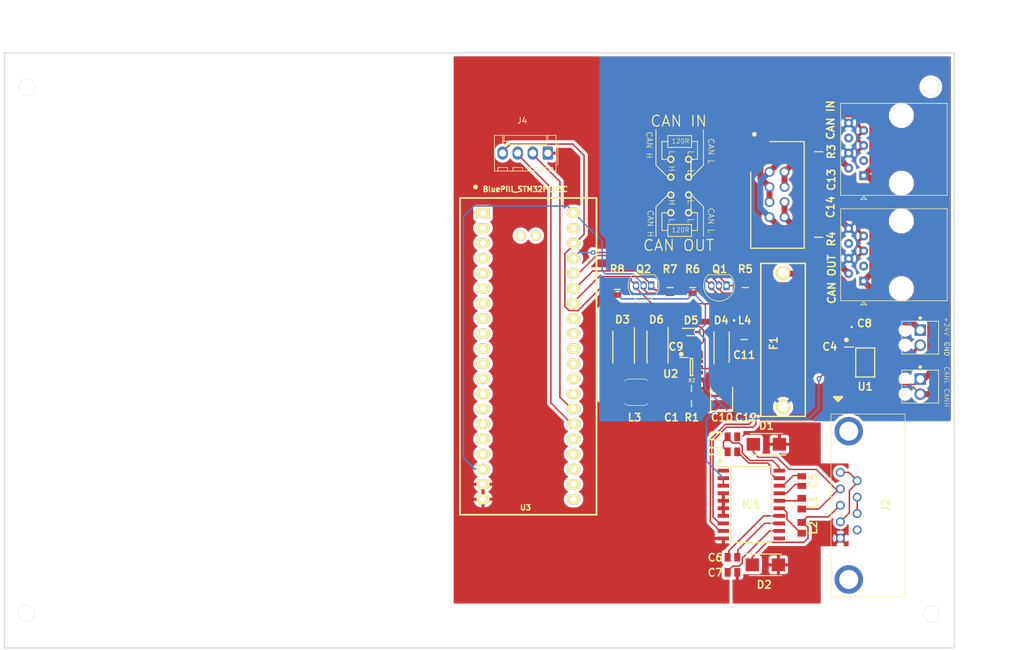
<source format=kicad_pcb>
(kicad_pcb (version 20171130) (host pcbnew 5.0.2-bee76a0~70~ubuntu18.04.1)
  (layers (0 Top signal) (31 Bottom signal) (34 B.Paste user) (35 F.Paste user) (36 B.SilkS user) (37 F.SilkS user) (38 B.Mask user) (39 F.Mask user) (44 Edge.Cuts user))
  (net 0 "")
  (net 1 /PDM/CANL)
  (net 2 "Net-(.1-Pad2)")
  (net 3 /PDM/CANH)
  (net 4 "Net-(.1-Pad6)")
  (net 5 +24V)
  (net 6 "Net-(BP_CAN_IN1-Pad3)")
  (net 7 GND)
  (net 8 "Net-(BP_CAN_IN1-Pad6)")
  (net 9 "Net-(BP_CAN_OUT1-Pad6)")
  (net 10 "Net-(BP_CAN_OUT1-Pad3)")
  (net 11 +5V)
  (net 12 "Net-(C2-Pad2)")
  (net 13 "Net-(C3-Pad2)")
  (net 14 "Net-(C5-Pad1)")
  (net 15 "Net-(C5-Pad2)")
  (net 16 "Net-(C6-Pad2)")
  (net 17 "Net-(C6-Pad1)")
  (net 18 "Net-(C7-Pad1)")
  (net 19 "Net-(C9-Pad1)")
  (net 20 "Net-(C9-Pad2)")
  (net 21 "Net-(C11-Pad1)")
  (net 22 "Net-(D1-Pad2)")
  (net 23 "Net-(D2-Pad1)")
  (net 24 "Net-(D4-Pad1)")
  (net 25 "Net-(IC1-Pad1)")
  (net 26 "Net-(IC1-Pad8)")
  (net 27 "Net-(IC1-Pad9)")
  (net 28 "Net-(IC1-Pad15)")
  (net 29 "Net-(IC1-Pad16)")
  (net 30 "Net-(J2-Pad1)")
  (net 31 "Net-(J2-Pad7)")
  (net 32 "Net-(J2-Pad9)")
  (net 33 "Net-(U1-Pad5)")
  (net 34 "Net-(R1-Pad1)")
  (net 35 "Net-(J4-Pad2)")
  (net 36 /CANTX_BP)
  (net 37 /CANRX_BP)
  (net 38 "Net-(U3-Pad1)")
  (net 39 "Net-(U3-Pad2)")
  (net 40 "Net-(U3-Pad3)")
  (net 41 "Net-(U3-Pad4)")
  (net 42 "Net-(U3-Pad5)")
  (net 43 "Net-(U3-Pad6)")
  (net 44 "Net-(U3-Pad7)")
  (net 45 "Net-(U3-Pad8)")
  (net 46 "Net-(U3-Pad9)")
  (net 47 "Net-(U3-Pad10)")
  (net 48 "Net-(U3-Pad11)")
  (net 49 "Net-(U3-Pad12)")
  (net 50 "Net-(U3-Pad13)")
  (net 51 "Net-(U3-Pad14)")
  (net 52 "Net-(U3-Pad17)")
  (net 53 +3V3)
  (net 54 "Net-(U3-Pad21)")
  (net 55 "Net-(U3-Pad22)")
  (net 56 "Net-(U3-Pad23)")
  (net 57 "Net-(U3-Pad24)")
  (net 58 "Net-(U3-Pad25)")
  (net 59 "Net-(U3-Pad28)")
  (net 60 "Net-(U3-Pad29)")
  (net 61 "Net-(U3-Pad30)")
  (net 62 "Net-(U3-Pad31)")
  (net 63 "Net-(U3-Pad32)")
  (net 64 "Net-(U3-Pad33)")
  (net 65 "Net-(U3-Pad41)")
  (net 66 "Net-(U3-Pad42)")
  (net 67 "Net-(BP_Power1-Pad1)")
  (net 68 "Net-(J4-Pad3)")
  (net 69 "Net-(Q1-Pad1)")
  (net 70 "Net-(Q2-Pad1)")
  (net 71 "Net-(U3-Pad15)")
  (net 72 "Net-(U3-Pad16)")
  (net 73 GNDS)
  (module Connector_RJ:RJ45_Amphenol_54602-x08_Horizontal (layer Top) (at 174.625 63.246 90)
    (fp_text reference "CAN OUT" (at 0.3175 -5.3975 90) (layer F.SilkS) (effects (font (size 1.27 1.27) (thickness 0.254))))
    (fp_text value J)
    (pad "" np_thru_hole circle (at 10.16 6.35 90) (size 3.2 3.2) (drill 3.2) (layers *.Cu *.Mask))
    (pad "" np_thru_hole circle (at -1.27 6.35 90) (size 3.2 3.2) (drill 3.2) (layers *.Cu *.Mask))
    (pad 1 thru_hole rect (at 0 0 90) (size 1.5 1.5) (drill 0.76) (layers *.Cu *.Mask) (net 3 /PDM/CANH))
    (pad 2 thru_hole circle (at 1.27 -2.54 90) (size 1.5 1.5) (drill 0.76) (layers *.Cu *.Mask) (net 4 "Net-(.1-Pad6)"))
    (pad 3 thru_hole circle (at 2.54 0 90) (size 1.5 1.5) (drill 0.76) (layers *.Cu *.Mask) (net 10 "Net-(BP_CAN_OUT1-Pad3)"))
    (pad 4 thru_hole circle (at 3.81 -2.54 90) (size 1.5 1.5) (drill 0.76) (layers *.Cu *.Mask) (net 5 +24V))
    (pad 5 thru_hole circle (at 5.08 0 90) (size 1.5 1.5) (drill 0.76) (layers *.Cu *.Mask) (net 7 GND))
    (pad 6 thru_hole circle (at 6.35 -2.54 90) (size 1.5 1.5) (drill 0.76) (layers *.Cu *.Mask) (net 9 "Net-(BP_CAN_OUT1-Pad6)"))
    (pad 7 thru_hole circle (at 7.62 0 90) (size 1.5 1.5) (drill 0.76) (layers *.Cu *.Mask) (net 7 GND))
    (pad 8 thru_hole circle (at 8.89 -2.54 90) (size 1.5 1.5) (drill 0.76) (layers *.Cu *.Mask) (net 5 +24V))
  )
  (module RS232C-Interface+PDM:MCP2561-8N (layer Top) (at 174.879 76.962)
    (fp_text reference U1 (at 0 4.064) (layer F.SilkS) (effects (font (size 1.27 1.27) (thickness 0.254))))
    (fp_text value MCP2561-E-SN hide)
    (pad 1 smd rect (at -2.712 -1.905 90) (size 0.7 1.525) (layers Top F.Paste F.Mask) (net 36 /CANTX_BP))
    (pad 2 smd rect (at -2.712 -0.635 90) (size 0.7 1.525) (layers Top F.Paste F.Mask) (net 7 GND))
    (pad 3 smd rect (at -2.712 0.635 90) (size 0.7 1.525) (layers Top F.Paste F.Mask) (net 11 +5V))
    (pad 4 smd rect (at -2.712 1.905 90) (size 0.7 1.525) (layers Top F.Paste F.Mask) (net 37 /CANRX_BP))
    (pad 5 smd rect (at 2.712 1.905 90) (size 0.7 1.525) (layers Top F.Paste F.Mask) (net 33 "Net-(U1-Pad5)"))
    (pad 6 smd rect (at 2.712 0.635 90) (size 0.7 1.525) (layers Top F.Paste F.Mask) (net 1 /PDM/CANL))
    (pad 7 smd rect (at 2.712 -0.635 90) (size 0.7 1.525) (layers Top F.Paste F.Mask) (net 3 /PDM/CANH))
    (pad 8 smd rect (at 2.712 -1.905 90) (size 0.7 1.525) (layers Top F.Paste F.Mask) (net 7 GND))
  )
  (module RS232C-Interface+PDM:ADM3251E (layer Top) (at 155.687212 100.912174)
    (fp_text reference IC1 (at 0 0) (layer F.SilkS) (effects (font (size 1.27 1.27) (thickness 0.254))))
    (fp_text value ADM3251EARWZ hide)
    (pad 1 smd rect (at -4.712 -5.715 90) (size 0.65 1.925) (layers Top F.Paste F.Mask) (net 25 "Net-(IC1-Pad1)"))
    (pad 2 smd rect (at -4.712 -4.445 90) (size 0.65 1.925) (layers Top F.Paste F.Mask) (net 11 +5V))
    (pad 3 smd rect (at -4.712 -3.175 90) (size 0.65 1.925) (layers Top F.Paste F.Mask) (net 11 +5V))
    (pad 4 smd rect (at -4.712 -1.905 90) (size 0.65 1.925) (layers Top F.Paste F.Mask) (net 7 GND))
    (pad 5 smd rect (at -4.712 -0.635 90) (size 0.65 1.925) (layers Top F.Paste F.Mask) (net 7 GND))
    (pad 6 smd rect (at -4.712 0.635 90) (size 0.65 1.925) (layers Top F.Paste F.Mask) (net 7 GND))
    (pad 7 smd rect (at -4.712 1.905 90) (size 0.65 1.925) (layers Top F.Paste F.Mask) (net 7 GND))
    (pad 8 smd rect (at -4.712 3.175 90) (size 0.65 1.925) (layers Top F.Paste F.Mask) (net 26 "Net-(IC1-Pad8)"))
    (pad 9 smd rect (at -4.712 4.445 90) (size 0.65 1.925) (layers Top F.Paste F.Mask) (net 27 "Net-(IC1-Pad9)"))
    (pad 10 smd rect (at -4.712 5.715 90) (size 0.65 1.925) (layers Top F.Paste F.Mask) (net 7 GND))
    (pad 11 smd rect (at 4.712 5.715 90) (size 0.65 1.925) (layers Top F.Paste F.Mask) (net 73 GNDS))
    (pad 12 smd rect (at 4.712 4.445 90) (size 0.65 1.925) (layers Top F.Paste F.Mask) (net 18 "Net-(C7-Pad1)"))
    (pad 13 smd rect (at 4.712 3.175 90) (size 0.65 1.925) (layers Top F.Paste F.Mask) (net 16 "Net-(C6-Pad2)"))
    (pad 14 smd rect (at 4.712 1.905 90) (size 0.65 1.925) (layers Top F.Paste F.Mask) (net 17 "Net-(C6-Pad1)"))
    (pad 15 smd rect (at 4.712 0.635 90) (size 0.65 1.925) (layers Top F.Paste F.Mask) (net 28 "Net-(IC1-Pad15)"))
    (pad 16 smd rect (at 4.712 -0.635 90) (size 0.65 1.925) (layers Top F.Paste F.Mask) (net 29 "Net-(IC1-Pad16)"))
    (pad 17 smd rect (at 4.712 -1.905 90) (size 0.65 1.925) (layers Top F.Paste F.Mask) (net 15 "Net-(C5-Pad2)"))
    (pad 18 smd rect (at 4.712 -3.175 90) (size 0.65 1.925) (layers Top F.Paste F.Mask) (net 14 "Net-(C5-Pad1)"))
    (pad 19 smd rect (at 4.712 -4.445 90) (size 0.65 1.925) (layers Top F.Paste F.Mask) (net 13 "Net-(C3-Pad2)"))
    (pad 20 smd rect (at 4.712 -5.715 90) (size 0.65 1.925) (layers Top F.Paste F.Mask) (net 12 "Net-(C2-Pad2)"))
  )
  (module RS232C-Interface+PDM:Screwterminal (layer Top) (at 184.15 72.771 270)
    (fp_text reference Power hide)
    (fp_text value TERMINAL-2-2,5X5,5MM hide)
    (pad Hole np_thru_hole circle (at 1.27 2.54 270) (size 1.2 1.2) (drill 1.2) (layers *.Cu *.Mask F.SilkS))
    (pad Hole np_thru_hole circle (at -1.27 2.54 270) (size 1.2 1.2) (drill 1.2) (layers *.Cu *.Mask F.SilkS))
    (pad 2 thru_hole circle (at 1.27 0 270) (size 1.95 1.95) (drill 1.3) (layers *.Cu *.Mask) (net 7 GND))
    (pad 1 thru_hole rect (at -1.27 0 270) (size 1.95 1.95) (drill 1.3) (layers *.Cu *.Mask) (net 67 "Net-(BP_Power1-Pad1)"))
  )
  (module RS232C-Interface+PDM:Capacitor0805 (layer Top) (at 152.512212 92.022174)
    (fp_text reference C3 (at -3.033212 -0.074174) (layer F.SilkS) (effects (font (size 1.27 1.27) (thickness 0.254))))
    (fp_text value 100n hide)
    (pad 2 smd rect (at 0.81 0) (size 1.02 1.47) (layers Top F.Paste F.Mask) (net 13 "Net-(C3-Pad2)"))
    (pad 1 smd rect (at -0.81 0) (size 1.02 1.47) (layers Top F.Paste F.Mask) (net 12 "Net-(C2-Pad2)"))
  )
  (module RS232C-Interface+PDM:Capacitor0805 (layer Top) (at 169.037 76.962 90)
    (fp_text reference C4 (at 2.667 -0.127 180) (layer F.SilkS) (effects (font (size 1.27 1.27) (thickness 0.254))))
    (fp_text value 100n hide)
    (pad 2 smd rect (at 0.81 0 90) (size 1.02 1.47) (layers Top F.Paste F.Mask) (net 7 GND))
    (pad 1 smd rect (at -0.81 0 90) (size 1.02 1.47) (layers Top F.Paste F.Mask) (net 11 +5V))
  )
  (module RS232C-Interface+PDM:Capacitor0805 (layer Top) (at 164.191931 96.95749 270)
    (fp_text reference C5 (at -0.05649 -1.924069 270) (layer F.SilkS) (effects (font (size 1.27 1.27) (thickness 0.254))))
    (fp_text value 100n hide)
    (pad 1 smd rect (at -0.81 0 270) (size 1.02 1.47) (layers Top F.Paste F.Mask) (net 14 "Net-(C5-Pad1)"))
    (pad 2 smd rect (at 0.81 0 270) (size 1.02 1.47) (layers Top F.Paste F.Mask) (net 15 "Net-(C5-Pad2)"))
  )
  (module RS232C-Interface+PDM:Capacitor0805 (layer Top) (at 152.512212 109.802174)
    (fp_text reference C6 (at -2.906212 0.052826) (layer F.SilkS) (effects (font (size 1.27 1.27) (thickness 0.254))))
    (fp_text value 100n hide)
    (pad 1 smd rect (at -0.81 0) (size 1.02 1.47) (layers Top F.Paste F.Mask) (net 17 "Net-(C6-Pad1)"))
    (pad 2 smd rect (at 0.81 0) (size 1.02 1.47) (layers Top F.Paste F.Mask) (net 16 "Net-(C6-Pad2)"))
  )
  (module RS232C-Interface+PDM:Capacitor0805 (layer Top) (at 152.512212 112.342174)
    (fp_text reference C7 (at -2.906212 0.052826) (layer F.SilkS) (effects (font (size 1.27 1.27) (thickness 0.254))))
    (fp_text value 100n hide)
    (pad 1 smd rect (at -0.81 0) (size 1.02 1.47) (layers Top F.Paste F.Mask) (net 18 "Net-(C7-Pad1)"))
    (pad 2 smd rect (at 0.81 0) (size 1.02 1.47) (layers Top F.Paste F.Mask) (net 73 GNDS))
  )
  (module RS232C-Interface+PDM:Capacitor0805 (layer Top) (at 174.752 72.517)
    (fp_text reference C8 (at 0 -2.159) (layer F.SilkS) (effects (font (size 1.27 1.27) (thickness 0.254))))
    (fp_text value 100n hide)
    (pad 1 smd rect (at -0.81 0) (size 1.02 1.47) (layers Top F.Paste F.Mask) (net 5 +24V))
    (pad 2 smd rect (at 0.81 0) (size 1.02 1.47) (layers Top F.Paste F.Mask) (net 7 GND))
  )
  (module RS232C-Interface+PDM:Capacitor0805 (layer Top) (at 145.780192 74.359985 180)
    (fp_text reference C9 (at 2.778192 0.064985 180) (layer F.SilkS) (effects (font (size 1.27 1.27) (thickness 0.254))))
    (fp_text value 100n hide)
    (pad 1 smd rect (at -0.81 0 180) (size 1.02 1.47) (layers Top F.Paste F.Mask) (net 19 "Net-(C9-Pad1)"))
    (pad 2 smd rect (at 0.81 0 180) (size 1.02 1.47) (layers Top F.Paste F.Mask) (net 20 "Net-(C9-Pad2)"))
  )
  (module RS232C-Interface+PDM:CAPPC3528X210N (layer Top) (at 150.685192 82.614985 90)
    (fp_text reference C10 (at -3.618015 0.063808 180) (layer F.SilkS) (effects (font (size 1.27 1.27) (thickness 0.254))))
    (fp_text value "22u " hide)
    (pad 1 smd rect (at -1.45 0 90) (size 1.5 3) (layers Top F.Paste F.Mask) (net 11 +5V))
    (pad 2 smd rect (at 1.45 0 90) (size 1.5 3) (layers Top F.Paste F.Mask) (net 7 GND))
  )
  (module RS232C-Interface+PDM:Capacitor0805 (layer Top) (at 154.495192 78.169985 270)
    (fp_text reference C11 (at -2.477985 0) (layer F.SilkS) (effects (font (size 1.27 1.27) (thickness 0.254))))
    (fp_text value 100n hide)
    (pad 2 smd rect (at 0.81 0 270) (size 1.02 1.47) (layers Top F.Paste F.Mask) (net 7 GND))
    (pad 1 smd rect (at -0.81 0 270) (size 1.02 1.47) (layers Top F.Paste F.Mask) (net 21 "Net-(C11-Pad1)"))
  )
  (module RS232C-Interface+PDM:Capacitor0805 (layer Top) (at 154.495192 83.249985 270)
    (fp_text reference C12 (at 2.983015 -0.317808) (layer F.SilkS) (effects (font (size 1.27 1.27) (thickness 0.254))))
    (fp_text value 10u hide)
    (pad 1 smd rect (at -0.81 0 270) (size 1.02 1.47) (layers Top F.Paste F.Mask) (net 21 "Net-(C11-Pad1)"))
    (pad 2 smd rect (at 0.81 0 270) (size 1.02 1.47) (layers Top F.Paste F.Mask) (net 7 GND))
  )
  (module RS232C-Interface+PDM:Capacitor0805 (layer Top) (at 167.044634 46.147719 90)
    (fp_text reference C13 (at 0 2.119366 90) (layer F.SilkS) (effects (font (size 1.27 1.27) (thickness 0.254))))
    (fp_text value 100n hide)
    (pad 2 smd rect (at 0.81 0 90) (size 1.02 1.47) (layers Top F.Paste F.Mask) (net 5 +24V))
    (pad 1 smd rect (at -0.81 0 90) (size 1.02 1.47) (layers Top F.Paste F.Mask) (net 7 GND))
  )
  (module RS232C-Interface+PDM:Capacitor0805 (layer Top) (at 167.005 50.879 90)
    (fp_text reference C14 (at 0.127 2.032 90) (layer F.SilkS) (effects (font (size 1.27 1.27) (thickness 0.254))))
    (fp_text value 100n hide)
    (pad 2 smd rect (at 0.81 0 90) (size 1.02 1.47) (layers Top F.Paste F.Mask) (net 5 +24V))
    (pad 1 smd rect (at -0.81 0 90) (size 1.02 1.47) (layers Top F.Paste F.Mask) (net 7 GND))
  )
  (module "RS232C-Interface+PDM:TransileDiode P6SMB33CA" (layer Top) (at 158.227212 90.752174 180)
    (fp_text reference D1 (at -0.014788 3.122174 180) (layer F.SilkS) (effects (font (size 1.27 1.27) (thickness 0.254))))
    (fp_text value D_TVS hide)
    (pad 1 smd rect (at -2.2 0 270) (size 2.15 2.25) (layers Top F.Paste F.Mask) (net 73 GNDS))
    (pad 2 smd rect (at 2.2 0 270) (size 2.15 2.25) (layers Top F.Paste F.Mask) (net 22 "Net-(D1-Pad2)"))
  )
  (module "RS232C-Interface+PDM:TransileDiode P6SMB33CA" (layer Top) (at 158.050015 111.072174)
    (fp_text reference D2 (at -0.189015 3.354826) (layer F.SilkS) (effects (font (size 1.27 1.27) (thickness 0.254))))
    (fp_text value D_TVS hide)
    (pad 2 smd rect (at 2.2 0 90) (size 2.15 2.25) (layers Top F.Paste F.Mask) (net 73 GNDS))
    (pad 1 smd rect (at -2.2 0 90) (size 2.15 2.25) (layers Top F.Paste F.Mask) (net 23 "Net-(D2-Pad1)"))
  )
  (module "RS232C-Interface+PDM:TransileDiode P6SMB33CA" (layer Top) (at 134.175192 74.359985 270)
    (fp_text reference D3 (at -4.636985 0.190192) (layer F.SilkS) (effects (font (size 1.27 1.27) (thickness 0.254))))
    (fp_text value D_TVS hide)
    (pad 1 smd rect (at -2.2 0) (size 2.15 2.25) (layers Top F.Paste F.Mask) (net 7 GND))
    (pad 2 smd rect (at 2.2 0) (size 2.15 2.25) (layers Top F.Paste F.Mask) (net 5 +24V))
  )
  (module RS232C-Interface+PDM:RecifyingDiodeS1B (layer Top) (at 150.685192 74.359985 90)
    (fp_text reference D4 (at 4.509985 -0.063192 180) (layer F.SilkS) (effects (font (size 1.27 1.27) (thickness 0.254))))
    (fp_text value D hide)
    (pad 1 smd rect (at -2.1 0 180) (size 1.5 2.1) (layers Top F.Paste F.Mask) (net 24 "Net-(D4-Pad1)"))
    (pad 2 smd rect (at 2.1 0 180) (size 1.5 2.1) (layers Top F.Paste F.Mask) (net 5 +24V))
  )
  (module RS232C-Interface+PDM:RectifyingD14148 (layer Top) (at 145.605192 71.819985)
    (fp_text reference D5 (at -0.063192 -1.969985) (layer F.SilkS) (effects (font (size 1.27 1.27) (thickness 0.254))))
    (fp_text value D hide)
    (pad 1 smd rect (at -1.075 0 90) (size 0.42 0.95) (layers Top F.Paste F.Mask) (net 20 "Net-(C9-Pad2)"))
    (pad 2 smd rect (at 1.075 0 90) (size 0.42 0.95) (layers Top F.Paste F.Mask) (net 11 +5V))
  )
  (module "RS232C-Interface+PDM:shottky diode mbrs5436X256N" (layer Top) (at 139.890192 74.359985 270)
    (fp_text reference D6 (at -4.636985 0.190192) (layer F.SilkS) (effects (font (size 1.27 1.27) (thickness 0.254))))
    (fp_text value D_Schottky hide)
    (pad 1 smd rect (at -2.3 0 270) (size 2 2.05) (layers Top F.Paste F.Mask) (net 19 "Net-(C9-Pad1)"))
    (pad 2 smd rect (at 2.3 0 270) (size 2 2.05) (layers Top F.Paste F.Mask) (net 7 GND))
  )
  (module RS232C-Interface+PDM:Screwterminal (layer Top) (at 184.15 81.026 270)
    (fp_text reference J1 hide)
    (fp_text value Screw_Terminal_01x02 hide)
    (pad Hole np_thru_hole circle (at 1.27 2.54 270) (size 1.2 1.2) (drill 1.2) (layers *.Cu *.Mask F.SilkS))
    (pad Hole np_thru_hole circle (at -1.27 2.54 270) (size 1.2 1.2) (drill 1.2) (layers *.Cu *.Mask F.SilkS))
    (pad 2 thru_hole circle (at 1.27 0 270) (size 1.95 1.95) (drill 1.3) (layers *.Cu *.Mask) (net 3 /PDM/CANH))
    (pad 1 thru_hole rect (at -1.27 0 270) (size 1.95 1.95) (drill 1.3) (layers *.Cu *.Mask) (net 1 /PDM/CANL))
  )
  (module RS232C-Interface+PDM:Db9 (layer Top) (at 170.688 95.504 90)
    (fp_text reference J2 (at -5.54 7.67 90) (layer F.SilkS) (effects (font (size 1.27 1.27) (thickness 0.254))))
    (fp_text value DB9_Female hide)
    (pad 1 thru_hole circle (at 0 0 90) (size 1.5 1.5) (drill 1) (layers *.Cu *.Mask) (net 30 "Net-(J2-Pad1)"))
    (pad 2 thru_hole circle (at -2.77 0 90) (size 1.5 1.5) (drill 1) (layers *.Cu *.Mask) (net 22 "Net-(D1-Pad2)"))
    (pad 3 thru_hole circle (at -5.54 0 90) (size 1.5 1.5) (drill 1) (layers *.Cu *.Mask) (net 23 "Net-(D2-Pad1)"))
    (pad 4 thru_hole circle (at -8.31 0 90) (size 1.5 1.5) (drill 1) (layers *.Cu *.Mask) (net 30 "Net-(J2-Pad1)"))
    (pad 5 thru_hole circle (at -11.08 0 90) (size 1.5 1.5) (drill 1) (layers *.Cu *.Mask) (net 73 GNDS))
    (pad 6 thru_hole circle (at -1.385 2.84 90) (size 1.5 1.5) (drill 1) (layers *.Cu *.Mask) (net 30 "Net-(J2-Pad1)"))
    (pad 7 thru_hole circle (at -4.155 2.84 90) (size 1.5 1.5) (drill 1) (layers *.Cu *.Mask) (net 31 "Net-(J2-Pad7)"))
    (pad 8 thru_hole circle (at -6.925 2.84 90) (size 1.5 1.5) (drill 1) (layers *.Cu *.Mask) (net 31 "Net-(J2-Pad7)"))
    (pad 9 thru_hole circle (at -9.695 2.84 90) (size 1.5 1.5) (drill 1) (layers *.Cu *.Mask) (net 32 "Net-(J2-Pad9)"))
    (pad MH1 thru_hole circle (at -18.04 1.42 90) (size 4.8 4.8) (drill 3.2) (layers *.Cu *.Mask))
    (pad MH2 thru_hole circle (at 6.96 1.42 90) (size 4.8 4.8) (drill 3.2) (layers *.Cu *.Mask))
  )
  (module RS232C-Interface+PDM:Chokemuratablm21a (layer Top) (at 164.191931 100.76749 270)
    (fp_text reference L1 (at -0.31049 -1.924069 270) (layer F.SilkS) (effects (font (size 1.27 1.27) (thickness 0.254))))
    (fp_text value L hide)
    (pad 1 smd rect (at -0.9 0 270) (size 1.15 1.45) (layers Top F.Paste F.Mask) (net 29 "Net-(IC1-Pad16)"))
    (pad 2 smd rect (at 0.9 0 270) (size 1.15 1.45) (layers Top F.Paste F.Mask) (net 22 "Net-(D1-Pad2)"))
  )
  (module RS232C-Interface+PDM:Chokemuratablm21a (layer Top) (at 164.191931 104.84249 90)
    (fp_text reference L2 (at 0 1.924069 90) (layer F.SilkS) (effects (font (size 1.27 1.27) (thickness 0.254))))
    (fp_text value L hide)
    (pad 2 smd rect (at 0.9 0 90) (size 1.15 1.45) (layers Top F.Paste F.Mask) (net 23 "Net-(D2-Pad1)"))
    (pad 1 smd rect (at -0.9 0 90) (size 1.15 1.45) (layers Top F.Paste F.Mask) (net 28 "Net-(IC1-Pad15)"))
  )
  (module RS232C-Interface+PDM:Chokemuratablm21a (layer Top) (at 154.495192 73.089985 90)
    (fp_text reference L4 (at 3.239985 0.063808 180) (layer F.SilkS) (effects (font (size 1.27 1.27) (thickness 0.254))))
    (fp_text value L hide)
    (pad 1 smd rect (at -0.9 0 90) (size 1.15 1.45) (layers Top F.Paste F.Mask) (net 24 "Net-(D4-Pad1)"))
    (pad 2 smd rect (at 0.9 0 90) (size 1.15 1.45) (layers Top F.Paste F.Mask) (net 21 "Net-(C11-Pad1)"))
  )
  (module RS232C-Interface+PDM:Resistor-1206 (layer Top) (at 167.044634 41.422719 270)
    (fp_text reference R3 (at -0.020719 -2.119366 270) (layer F.SilkS) (effects (font (size 1.27 1.27) (thickness 0.254))))
    (fp_text value "120R 0.25W" hide)
    (pad 2 smd rect (at 1.45 0 270) (size 1.05 1.75) (layers Top F.Paste F.Mask) (net 2 "Net-(.1-Pad2)"))
    (pad 1 smd rect (at -1.45 0 270) (size 1.05 1.75) (layers Top F.Paste F.Mask) (net 1 /PDM/CANL))
  )
  (module RS232C-Interface+PDM:Resistor-1206 (layer Top) (at 167.044634 55.847719 90)
    (fp_text reference R4 (at -0.286281 2.119366 90) (layer F.SilkS) (effects (font (size 1.27 1.27) (thickness 0.254))))
    (fp_text value "120R 0.25W" hide)
    (pad 1 smd rect (at -1.45 0 90) (size 1.05 1.75) (layers Top F.Paste F.Mask) (net 1 /PDM/CANL))
    (pad 2 smd rect (at 1.45 0 90) (size 1.05 1.75) (layers Top F.Paste F.Mask) (net 4 "Net-(.1-Pad6)"))
  )
  (module RS232C-Interface+PDM:MCP1630-6N (layer Top) (at 145.605192 77.724)
    (fp_text reference U2 (at -3.492192 1.143) (layer F.SilkS) (effects (font (size 1.27 1.27) (thickness 0.254))))
    (fp_text value MCP16301 hide)
    (pad 1 smd rect (at -1.25 -0.95 90) (size 0.6 1.4) (layers Top F.Paste F.Mask) (net 20 "Net-(C9-Pad2)"))
    (pad 2 smd rect (at -1.25 0 90) (size 0.6 1.4) (layers Top F.Paste F.Mask) (net 7 GND))
    (pad 3 smd rect (at -1.25 0.95 90) (size 0.6 1.4) (layers Top F.Paste F.Mask) (net 34 "Net-(R1-Pad1)"))
    (pad 4 smd rect (at 1.25 0.95 90) (size 0.6 1.4) (layers Top F.Paste F.Mask) (net 21 "Net-(C11-Pad1)"))
    (pad 5 smd rect (at 1.25 0 90) (size 0.6 1.4) (layers Top F.Paste F.Mask) (net 21 "Net-(C11-Pad1)"))
    (pad 6 smd rect (at 1.25 -0.95 90) (size 0.6 1.4) (layers Top F.Paste F.Mask) (net 19 "Net-(C9-Pad1)"))
  )
  (module RS232C-Interface+PDM:Pinheader (layer Top) (at 158.75 44.831 270)
    (fp_text reference .1 hide)
    (fp_text value 2x4 hide)
    (pad 1 thru_hole circle (at 0 0 270) (size 1.65 1.65) (drill 1.1) (layers *.Cu *.Mask) (net 1 /PDM/CANL))
    (pad 2 thru_hole circle (at 0 -2.54 270) (size 1.65 1.65) (drill 1.1) (layers *.Cu *.Mask) (net 2 "Net-(.1-Pad2)"))
    (pad 3 thru_hole circle (at 2.54 0 270) (size 1.65 1.65) (drill 1.1) (layers *.Cu *.Mask) (net 3 /PDM/CANH))
    (pad 4 thru_hole circle (at 2.54 -2.54 270) (size 1.65 1.65) (drill 1.1) (layers *.Cu *.Mask) (net 2 "Net-(.1-Pad2)"))
    (pad 5 thru_hole circle (at 5.08 0 270) (size 1.65 1.65) (drill 1.1) (layers *.Cu *.Mask) (net 3 /PDM/CANH))
    (pad 6 thru_hole circle (at 5.08 -2.54 270) (size 1.65 1.65) (drill 1.1) (layers *.Cu *.Mask) (net 4 "Net-(.1-Pad6)"))
    (pad 7 thru_hole circle (at 7.62 0 270) (size 1.65 1.65) (drill 1.1) (layers *.Cu *.Mask) (net 1 /PDM/CANL))
    (pad 8 thru_hole circle (at 7.62 -2.54 270) (size 1.65 1.65) (drill 1.1) (layers *.Cu *.Mask) (net 4 "Net-(.1-Pad6)"))
  )
  (module RS232C-Interface+PDM:Capacitor0805 (layer Top) (at 142.24 82.852 270)
    (fp_text reference C1 (at 3.381 0) (layer F.SilkS) (effects (font (size 1.27 1.27) (thickness 0.254))))
    (fp_text value 100n hide)
    (pad 2 smd rect (at 0.81 0 270) (size 1.02 1.47) (layers Top F.Paste F.Mask) (net 11 +5V))
    (pad 1 smd rect (at -0.81 0 270) (size 1.02 1.47) (layers Top F.Paste F.Mask) (net 7 GND))
  )
  (module RS232C-Interface+PDM:Capacitor0805 (layer Top) (at 152.512212 89.482174 180)
    (fp_text reference C2 (at 2.906212 0.074174 180) (layer F.SilkS) (effects (font (size 1.27 1.27) (thickness 0.254))))
    (fp_text value 100n hide)
    (pad 1 smd rect (at -0.81 0 180) (size 1.02 1.47) (layers Top F.Paste F.Mask) (net 73 GNDS))
    (pad 2 smd rect (at 0.81 0 180) (size 1.02 1.47) (layers Top F.Paste F.Mask) (net 12 "Net-(C2-Pad2)"))
  )
  (module RS232C-Interface+PDM:RESistor0805 (layer Top) (at 145.605192 83.884985)
    (fp_text reference R1 (at 0.063808 2.348015) (layer F.SilkS) (effects (font (size 1.27 1.27) (thickness 0.254))))
    (fp_text value 43k hide)
    (pad 2 smd rect (at 0.95 0) (size 0.95 1.4) (layers Top F.Paste F.Mask) (net 11 +5V))
    (pad 1 smd rect (at -0.95 0) (size 0.95 1.4) (layers Top F.Paste F.Mask) (net 34 "Net-(R1-Pad1)"))
  )
  (module RS232C-Interface+PDM:RESistor0805 (layer Top) (at 145.605192 81.344985)
    (fp_text reference R2 (at 0.063808 -1.334985) (layer F.SilkS) (effects (font (size 0.6 0.6) (thickness 0.1))))
    (fp_text value 8k2 hide)
    (pad 1 smd rect (at -0.95 0) (size 0.95 1.4) (layers Top F.Paste F.Mask) (net 34 "Net-(R1-Pad1)"))
    (pad 2 smd rect (at 0.95 0) (size 0.95 1.4) (layers Top F.Paste F.Mask) (net 7 GND))
  )
  (module Connector_Molex:Molex_KK-254_AE-6410-04A_1x04_P2.54mm_Vertical (layer Top) (at 121.412 41.656 180)
    (fp_text reference J4 (at 4.318 5.461) (layer F.SilkS))
    (fp_text value Conn_01x04)
    (pad 1 thru_hole roundrect (at 0 0 180) (size 1.74 2.2) (drill 1.2) (layers *.Cu *.Mask) (roundrect_rratio 0.143678) (net 7 GND))
    (pad 2 thru_hole oval (at 2.54 0 180) (size 1.74 2.2) (drill 1.2) (layers *.Cu *.Mask) (net 35 "Net-(J4-Pad2)"))
    (pad 3 thru_hole oval (at 5.08 0 180) (size 1.74 2.2) (drill 1.2) (layers *.Cu *.Mask) (net 68 "Net-(J4-Pad3)"))
    (pad 4 thru_hole oval (at 7.62 0 180) (size 1.74 2.2) (drill 1.2) (layers *.Cu *.Mask) (net 11 +5V))
  )
  (module RS232C-Interface+PDM:BluePill_STM32F103C (layer Top) (at 110.49 51.816)
    (fp_text reference U3 (at 7.1628 49.6062 -180) (layer F.SilkS) (effects (font (size 0.889 0.889) (thickness 0.3048))))
    (fp_text value BluePill_STM32F103C (at 7.112 -4.064 180) (layer F.SilkS) (effects (font (size 0.889 0.889) (thickness 0.22225))))
    (pad 1 thru_hole rect (at 0 -0.0508 270) (size 1.7272 2.25) (drill 1.016) (layers *.Cu *.Mask F.SilkS) (net 38 "Net-(U3-Pad1)"))
    (pad 2 thru_hole oval (at 0 2.4892 270) (size 1.7272 2.25) (drill 1.016) (layers *.Cu *.Mask F.SilkS) (net 39 "Net-(U3-Pad2)"))
    (pad 3 thru_hole oval (at 0 5.0292 270) (size 1.7272 2.25) (drill 1.016) (layers *.Cu *.Mask F.SilkS) (net 40 "Net-(U3-Pad3)"))
    (pad 4 thru_hole oval (at 0 7.5692 270) (size 1.7272 2.25) (drill 1.016) (layers *.Cu *.Mask F.SilkS) (net 41 "Net-(U3-Pad4)"))
    (pad 5 thru_hole oval (at 0 10.1092 270) (size 1.7272 2.25) (drill 1.016) (layers *.Cu *.Mask F.SilkS) (net 42 "Net-(U3-Pad5)"))
    (pad 6 thru_hole oval (at 0 12.6492 270) (size 1.7272 2.25) (drill 1.016) (layers *.Cu *.Mask F.SilkS) (net 43 "Net-(U3-Pad6)"))
    (pad 7 thru_hole oval (at 0 15.1892 270) (size 1.7272 2.25) (drill 1.016) (layers *.Cu *.Mask F.SilkS) (net 44 "Net-(U3-Pad7)"))
    (pad 8 thru_hole oval (at 0 17.7292 270) (size 1.7272 2.25) (drill 1.016) (layers *.Cu *.Mask F.SilkS) (net 45 "Net-(U3-Pad8)"))
    (pad 9 thru_hole oval (at 0 20.2692 270) (size 1.7272 2.25) (drill 1.016) (layers *.Cu *.Mask F.SilkS) (net 46 "Net-(U3-Pad9)"))
    (pad 10 thru_hole oval (at 0 22.8092 270) (size 1.7272 2.25) (drill 1.016) (layers *.Cu *.Mask F.SilkS) (net 47 "Net-(U3-Pad10)"))
    (pad 11 thru_hole oval (at 0 25.3492 270) (size 1.7272 2.25) (drill 1.016) (layers *.Cu *.Mask F.SilkS) (net 48 "Net-(U3-Pad11)"))
    (pad 12 thru_hole oval (at 0 27.8892 270) (size 1.7272 2.25) (drill 1.016) (layers *.Cu *.Mask F.SilkS) (net 49 "Net-(U3-Pad12)"))
    (pad 13 thru_hole oval (at 0 30.4292 270) (size 1.7272 2.25) (drill 1.016) (layers *.Cu *.Mask F.SilkS) (net 50 "Net-(U3-Pad13)"))
    (pad 14 thru_hole oval (at 0 32.9692 270) (size 1.7272 2.25) (drill 1.016) (layers *.Cu *.Mask F.SilkS) (net 51 "Net-(U3-Pad14)"))
    (pad 15 thru_hole oval (at 0 35.5092 270) (size 1.7272 2.25) (drill 1.016) (layers *.Cu *.Mask F.SilkS) (net 71 "Net-(U3-Pad15)"))
    (pad 16 thru_hole oval (at 0 38.0492 270) (size 1.7272 2.25) (drill 1.016) (layers *.Cu *.Mask F.SilkS) (net 72 "Net-(U3-Pad16)"))
    (pad 17 thru_hole oval (at 0 40.5892 270) (size 1.7272 2.25) (drill 1.016) (layers *.Cu *.Mask F.SilkS) (net 52 "Net-(U3-Pad17)"))
    (pad 18 thru_hole oval (at 0 43.1292 270) (size 1.7272 2.25) (drill 1.016) (layers *.Cu *.Mask F.SilkS) (net 53 +3V3))
    (pad 19 thru_hole oval (at 0 45.6692 270) (size 1.7272 2.25) (drill 1.016) (layers *.Cu *.Mask F.SilkS) (net 7 GND))
    (pad 20 thru_hole oval (at 0 48.2092 270) (size 1.7272 2.25) (drill 1.016) (layers *.Cu *.Mask F.SilkS) (net 7 GND))
    (pad 21 thru_hole oval (at 15.24 48.2092 90) (size 1.7272 2.25) (drill 1.016) (layers *.Cu *.Mask F.SilkS) (net 54 "Net-(U3-Pad21)"))
    (pad 22 thru_hole oval (at 15.24 45.6692 90) (size 1.7272 2.25) (drill 1.016) (layers *.Cu *.Mask F.SilkS) (net 55 "Net-(U3-Pad22)"))
    (pad 23 thru_hole oval (at 15.24 43.1292 90) (size 1.7272 2.25) (drill 1.016) (layers *.Cu *.Mask F.SilkS) (net 56 "Net-(U3-Pad23)"))
    (pad 24 thru_hole oval (at 15.24 40.5892 90) (size 1.7272 2.25) (drill 1.016) (layers *.Cu *.Mask F.SilkS) (net 57 "Net-(U3-Pad24)"))
    (pad 25 thru_hole oval (at 15.24 38.0492 90) (size 1.7272 2.25) (drill 1.016) (layers *.Cu *.Mask F.SilkS) (net 58 "Net-(U3-Pad25)"))
    (pad 26 thru_hole oval (at 15.24 35.5092 90) (size 1.7272 2.25) (drill 1.016) (layers *.Cu *.Mask F.SilkS) (net 68 "Net-(J4-Pad3)"))
    (pad 27 thru_hole oval (at 15.24 32.9692 90) (size 1.7272 2.25) (drill 1.016) (layers *.Cu *.Mask F.SilkS) (net 35 "Net-(J4-Pad2)"))
    (pad 28 thru_hole oval (at 15.24 30.4292 90) (size 1.7272 2.25) (drill 1.016) (layers *.Cu *.Mask F.SilkS) (net 59 "Net-(U3-Pad28)"))
    (pad 29 thru_hole oval (at 15.24 27.8892 90) (size 1.7272 2.25) (drill 1.016) (layers *.Cu *.Mask F.SilkS) (net 60 "Net-(U3-Pad29)"))
    (pad 30 thru_hole oval (at 15.24 25.3492 90) (size 1.7272 2.25) (drill 1.016) (layers *.Cu *.Mask F.SilkS) (net 61 "Net-(U3-Pad30)"))
    (pad 31 thru_hole oval (at 15.24 22.8092 90) (size 1.7272 2.25) (drill 1.016) (layers *.Cu *.Mask F.SilkS) (net 62 "Net-(U3-Pad31)"))
    (pad 32 thru_hole oval (at 15.24 20.2692 90) (size 1.7272 2.25) (drill 1.016) (layers *.Cu *.Mask F.SilkS) (net 63 "Net-(U3-Pad32)"))
    (pad 33 thru_hole oval (at 15.24 17.7292 90) (size 1.7272 2.25) (drill 1.016) (layers *.Cu *.Mask F.SilkS) (net 64 "Net-(U3-Pad33)"))
    (pad 34 thru_hole oval (at 15.24 15.1892 90) (size 1.7272 2.25) (drill 1.016) (layers *.Cu *.Mask F.SilkS) (net 70 "Net-(Q2-Pad1)"))
    (pad 35 thru_hole oval (at 15.24 12.6492 90) (size 1.7272 2.25) (drill 1.016) (layers *.Cu *.Mask F.SilkS) (net 69 "Net-(Q1-Pad1)"))
    (pad 36 thru_hole oval (at 15.24 10.1092 90) (size 1.7272 2.25) (drill 1.016) (layers *.Cu *.Mask F.SilkS) (net 37 /CANRX_BP))
    (pad 37 thru_hole oval (at 15.24 7.5692 90) (size 1.7272 2.25) (drill 1.016) (layers *.Cu *.Mask F.SilkS) (net 36 /CANTX_BP))
    (pad 38 thru_hole oval (at 15.24 5.0292 90) (size 1.7272 2.25) (drill 1.016) (layers *.Cu *.Mask F.SilkS) (net 11 +5V))
    (pad 39 thru_hole oval (at 15.24 2.4892 90) (size 1.7272 2.25) (drill 1.016) (layers *.Cu *.Mask F.SilkS) (net 7 GND))
    (pad 40 thru_hole oval (at 15.24 -0.1016 90) (size 1.7272 2.25) (drill 1.016) (layers *.Cu *.Mask F.SilkS) (net 53 +3V3))
    (pad 41 thru_hole oval (at 8.9 3.7592 90) (size 1.7272 1.7272) (drill 1.016) (layers *.Cu *.Mask F.SilkS) (net 65 "Net-(U3-Pad41)"))
    (pad 42 thru_hole oval (at 6.36 3.7592 90) (size 1.7272 1.7272) (drill 1.016) (layers *.Cu *.Mask F.SilkS) (net 66 "Net-(U3-Pad42)"))
  )
  (module RS232C-Interface+PDM:Fuseholder (layer Top) (at 161.036 73.152 90)
    (fp_text reference F1 (at -0.565 -1.595 90) (layer F.SilkS) (effects (font (size 1.27 1.27) (thickness 0.254))))
    (fp_text value Fuse hide)
    (pad 1 thru_hole circle (at -11.3 0 180) (size 2.4 2.4) (drill 1.6) (layers *.Cu *.Mask F.SilkS) (net 5 +24V))
    (pad 2 thru_hole circle (at 11.3 0 180) (size 2.4 2.4) (drill 1.6) (layers *.Cu *.Mask F.SilkS) (net 67 "Net-(BP_Power1-Pad1)"))
  )
  (module RS232C-Interface+PDM:Chokeferrocore_DL16-221245570 (layer Top) (at 136.334192 81.979985 180)
    (fp_text reference L3 (at 0.317192 -4.253015 180) (layer F.SilkS) (effects (font (size 1.27 1.27) (thickness 0.254))))
    (fp_text value 22uH hide)
    (pad 1 smd rect (at -2.73 0 180) (size 1.4 3.56) (layers Top F.Paste F.Mask) (net 11 +5V))
    (pad 2 smd rect (at 2.73 0 180) (size 1.4 3.56) (layers Top F.Paste F.Mask) (net 19 "Net-(C9-Pad1)"))
  )
  (module Connector_RJ:RJ45_Amphenol_54602-x08_Horizontal (layer Top) (at 174.625 45.466 90)
    (fp_text reference "CAN IN" (at 9.398 -5.588 90) (layer F.SilkS) (effects (font (size 1.27 1.27) (thickness 0.254))))
    (fp_text value J)
    (pad 8 thru_hole circle (at 8.89 -2.54 90) (size 1.5 1.5) (drill 0.76) (layers *.Cu *.Mask) (net 5 +24V))
    (pad 7 thru_hole circle (at 7.62 0 90) (size 1.5 1.5) (drill 0.76) (layers *.Cu *.Mask) (net 7 GND))
    (pad 6 thru_hole circle (at 6.35 -2.54 90) (size 1.5 1.5) (drill 0.76) (layers *.Cu *.Mask) (net 8 "Net-(BP_CAN_IN1-Pad6)"))
    (pad 5 thru_hole circle (at 5.08 0 90) (size 1.5 1.5) (drill 0.76) (layers *.Cu *.Mask) (net 7 GND))
    (pad 4 thru_hole circle (at 3.81 -2.54 90) (size 1.5 1.5) (drill 0.76) (layers *.Cu *.Mask) (net 5 +24V))
    (pad 3 thru_hole circle (at 2.54 0 90) (size 1.5 1.5) (drill 0.76) (layers *.Cu *.Mask) (net 6 "Net-(BP_CAN_IN1-Pad3)"))
    (pad 2 thru_hole circle (at 1.27 -2.54 90) (size 1.5 1.5) (drill 0.76) (layers *.Cu *.Mask) (net 2 "Net-(.1-Pad2)"))
    (pad 1 thru_hole rect (at 0 0 90) (size 1.5 1.5) (drill 0.76) (layers *.Cu *.Mask) (net 3 /PDM/CANH))
    (pad "" np_thru_hole circle (at -1.27 6.35 90) (size 3.2 3.2) (drill 3.2) (layers *.Cu *.Mask))
    (pad "" np_thru_hole circle (at 10.16 6.35 90) (size 3.2 3.2) (drill 3.2) (layers *.Cu *.Mask))
  )
  (module Package_TO_SOT_THT:TO-92_Inline (layer Top) (at 151.511 64.008 180)
    (fp_text reference Q1 (at 1.143 2.794 180) (layer F.SilkS) (effects (font (size 1.27 1.27) (thickness 0.254))))
    (fp_text value 2N7000 hide)
    (pad 1 thru_hole rect (at 0 0 180) (size 1.05 1.5) (drill 0.75) (layers *.Cu *.Mask) (net 69 "Net-(Q1-Pad1)"))
    (pad 3 thru_hole oval (at 2.54 0 180) (size 1.05 1.5) (drill 0.75) (layers *.Cu *.Mask) (net 26 "Net-(IC1-Pad8)"))
    (pad 2 thru_hole oval (at 1.27 0 180) (size 1.05 1.5) (drill 0.75) (layers *.Cu *.Mask) (net 53 +3V3))
  )
  (module Package_TO_SOT_THT:TO-92_Inline (layer Top) (at 138.811 64.008 180)
    (fp_text reference Q2 (at 1.27 2.794 180) (layer F.SilkS) (effects (font (size 1.27 1.27) (thickness 0.254))))
    (fp_text value 2N7000 hide)
    (pad 2 thru_hole oval (at 1.27 0 180) (size 1.05 1.5) (drill 0.75) (layers *.Cu *.Mask) (net 53 +3V3))
    (pad 3 thru_hole oval (at 2.54 0 180) (size 1.05 1.5) (drill 0.75) (layers *.Cu *.Mask) (net 27 "Net-(IC1-Pad9)"))
    (pad 1 thru_hole rect (at 0 0 180) (size 1.05 1.5) (drill 0.75) (layers *.Cu *.Mask) (net 70 "Net-(Q2-Pad1)"))
  )
  (module RS232C-Interface+PDM:RESistor0805 (layer Top) (at 154.686 64.328 90)
    (fp_text reference R5 (at 3.114 0 180) (layer F.SilkS) (effects (font (size 1.27 1.27) (thickness 0.254))))
    (fp_text value 10K hide)
    (pad 2 smd rect (at 0.95 0 90) (size 0.95 1.4) (layers Top F.Paste F.Mask) (net 69 "Net-(Q1-Pad1)"))
    (pad 1 smd rect (at -0.95 0 90) (size 0.95 1.4) (layers Top F.Paste F.Mask) (net 53 +3V3))
  )
  (module RS232C-Interface+PDM:RESistor0805 (layer Top) (at 145.796 64.328 90)
    (fp_text reference R6 (at 3.114 0 180) (layer F.SilkS) (effects (font (size 1.27 1.27) (thickness 0.254))))
    (fp_text value 10K hide)
    (pad 1 smd rect (at -0.95 0 90) (size 0.95 1.4) (layers Top F.Paste F.Mask) (net 11 +5V))
    (pad 2 smd rect (at 0.95 0 90) (size 0.95 1.4) (layers Top F.Paste F.Mask) (net 26 "Net-(IC1-Pad8)"))
  )
  (module RS232C-Interface+PDM:RESistor0805 (layer Top) (at 141.986 64.328 90)
    (fp_text reference R7 (at 3.114 0 180) (layer F.SilkS) (effects (font (size 1.27 1.27) (thickness 0.254))))
    (fp_text value 10K hide)
    (pad 2 smd rect (at 0.95 0 90) (size 0.95 1.4) (layers Top F.Paste F.Mask) (net 70 "Net-(Q2-Pad1)"))
    (pad 1 smd rect (at -0.95 0 90) (size 0.95 1.4) (layers Top F.Paste F.Mask) (net 53 +3V3))
  )
  (module RS232C-Interface+PDM:RESistor0805 (layer Top) (at 133.096 64.643 90)
    (fp_text reference R8 (at 3.429 0 180) (layer F.SilkS) (effects (font (size 1.27 1.27) (thickness 0.254))))
    (fp_text value 10K hide)
    (pad 1 smd rect (at -0.95 0 90) (size 0.95 1.4) (layers Top F.Paste F.Mask) (net 11 +5V))
    (pad 2 smd rect (at 0.95 0 90) (size 0.95 1.4) (layers Top F.Paste F.Mask) (net 27 "Net-(IC1-Pad9)"))
  )
  (gr_line (start 170.307 83.439) (end 170.307 82.804) (layer F.SilkS) (width 0.4))
  (gr_line (start 170.942 82.804) (end 170.307 83.439) (layer F.SilkS) (width 0.4))
  (gr_line (start 169.672 82.804) (end 170.942 82.804) (layer F.SilkS) (width 0.4))
  (gr_line (start 170.307 83.439) (end 169.672 82.804) (layer F.SilkS) (width 0.4))
  (gr_circle (center 143.891 75.565) (end 143.891 75.565) (layer F.SilkS) (width 0.4))
  (gr_circle (center 171.704 73.152) (end 171.904 73.152) (layer F.SilkS) (width 0.4))
  (gr_circle (center 150.4315 93.5355) (end 150.4315 93.3355) (layer F.SilkS) (width 0.4))
  (gr_circle (center 156.21 38.481) (end 156.41 38.481) (layer F.SilkS) (width 0.4))
  (gr_text CANH (at 188.595 82.931 270) (layer F.SilkS) (effects (font (size 0.8 0.8) (thickness 0.08))))
  (gr_text CANL (at 188.595 79.121 270) (layer F.SilkS) (effects (font (size 0.8 0.8) (thickness 0.08))))
  (gr_text GND (at 188.595 74.676 270) (layer F.SilkS) (effects (font (size 0.8 0.8) (thickness 0.08))))
  (gr_text GND (at 188.595 74.676 270) (layer F.SilkS) (effects (font (size 0.8 0.8) (thickness 0.08))))
  (gr_text +24V (at 188.595 70.866 270) (layer F.SilkS) (effects (font (size 0.8 0.8) (thickness 0.08))))
  (gr_circle (center 109.22 47.371) (end 109.42 47.371) (layer F.SilkS) (width 0.4))
  (gr_line (start 145.542 45.593) (end 145.542 43.053) (layer F.SilkS) (width 0.2))
  (gr_circle (center 33.525 119.25) (end 34.925 119.25) (layer Edge.Cuts) (width 0.05))
  (gr_circle (center 185.925 30.48) (end 187.325 30.48) (layer Edge.Cuts) (width 0.05))
  (gr_circle (center 186.055 119.38) (end 187.455 119.38) (layer Edge.Cuts) (width 0.05))
  (gr_circle (center 33.655 30.48) (end 35.055 30.48) (layer Edge.Cuts) (width 0.05))
  (gr_text L (at 144.907 49.403 270) (layer F.SilkS) (effects (font (size 0.9652 0.9652) (thickness 0.1016)) (justify left bottom)))
  (gr_text L (at 141.732 52.578 270) (layer F.SilkS) (effects (font (size 0.9652 0.9652) (thickness 0.1016)) (justify left bottom)))
  (gr_text L (at 144.907 44.323 270) (layer F.SilkS) (effects (font (size 0.9652 0.9652) (thickness 0.1016)) (justify left bottom)))
  (gr_text L (at 141.732 41.148 270) (layer F.SilkS) (effects (font (size 0.9652 0.9652) (thickness 0.1016)) (justify left bottom)))
  (gr_text L (at 144.907 41.148 270) (layer F.SilkS) (effects (font (size 0.9652 0.9652) (thickness 0.1016)) (justify left bottom)))
  (gr_text L (at 144.907 52.578 270) (layer F.SilkS) (effects (font (size 0.9652 0.9652) (thickness 0.1016)) (justify left bottom)))
  (gr_text H (at 141.732 49.403 270) (layer F.SilkS) (effects (font (size 0.9652 0.9652) (thickness 0.1016)) (justify left bottom)))
  (gr_text H (at 141.732 43.688 270) (layer F.SilkS) (effects (font (size 0.9652 0.9652) (thickness 0.1016)) (justify left bottom)))
  (gr_line (start 189.865 24.765) (end 189.865 125.095) (layer Edge.Cuts) (width 0.15))
  (gr_line (start 29.845 24.765) (end 189.865 24.765) (layer Edge.Cuts) (width 0.15))
  (gr_line (start 29.845 125.095) (end 29.845 24.765) (layer Edge.Cuts) (width 0.15))
  (gr_line (start 189.865 125.095) (end 29.845 125.095) (layer Edge.Cuts) (width 0.15))
  (gr_text "CAN L" (at 148.336 50.8 270) (layer F.SilkS) (effects (font (size 0.9652 0.9652) (thickness 0.1016)) (justify left bottom)))
  (gr_text "CAN H" (at 137.922 37.973 270) (layer F.SilkS) (effects (font (size 0.9652 0.9652) (thickness 0.1016)) (justify left bottom)))
  (gr_circle (center 145.124734 48.706505) (end 145.624734 48.706505) (layer F.SilkS) (width 0.254))
  (gr_circle (center 142.124734 48.706505) (end 142.624734 48.706505) (layer F.SilkS) (width 0.254))
  (gr_line (start 145.624734 39.706505) (end 145.624734 40.706505) (layer F.SilkS) (width 0.15))
  (gr_line (start 141.624734 54.706505) (end 141.624734 55.706505) (layer F.SilkS) (width 0.15))
  (gr_line (start 140.624734 54.706505) (end 141.624734 54.706505) (layer F.SilkS) (width 0.15))
  (gr_circle (center 142.124734 45.706505) (end 142.624734 45.706505) (layer F.SilkS) (width 0.254))
  (gr_circle (center 145.124734 45.706505) (end 145.624734 45.706505) (layer F.SilkS) (width 0.254))
  (gr_line (start 140.624734 39.706505) (end 140.624734 42.706505) (layer F.SilkS) (width 0.15))
  (gr_line (start 141.624734 39.706505) (end 140.624734 39.706505) (layer F.SilkS) (width 0.15))
  (gr_line (start 141.624734 38.706505) (end 145.624734 38.706505) (layer F.SilkS) (width 0.15))
  (gr_text "CAN OUT" (at 137.328634 58.293) (layer F.SilkS) (effects (font (size 1.83388 1.83388) (thickness 0.19304)) (justify left bottom)))
  (gr_line (start 141.624734 39.706505) (end 141.624734 38.706505) (layer F.SilkS) (width 0.15))
  (gr_line (start 141.624734 40.706505) (end 141.624734 39.706505) (layer F.SilkS) (width 0.15))
  (gr_text "CAN H" (at 138.124734 51.206505 270) (layer F.SilkS) (effects (font (size 0.9652 0.9652) (thickness 0.1016)) (justify left bottom)))
  (gr_line (start 141.624734 54.706505) (end 141.624734 53.706505) (layer F.SilkS) (width 0.15))
  (gr_line (start 146.624734 51.706505) (end 145.624734 51.706505) (layer F.SilkS) (width 0.15))
  (gr_circle (center 142.124734 51.706505) (end 142.624734 51.706505) (layer F.SilkS) (width 0.254))
  (gr_circle (center 145.124734 51.706505) (end 145.624734 51.706505) (layer F.SilkS) (width 0.254))
  (gr_text "CAN L" (at 148.336 39.116 270) (layer F.SilkS) (effects (font (size 0.9652 0.9652) (thickness 0.1016)) (justify left bottom)))
  (gr_line (start 147.624734 50.706505) (end 147.624734 55.706505) (layer F.SilkS) (width 0.15))
  (gr_line (start 145.624734 48.706505) (end 147.624734 50.706505) (layer F.SilkS) (width 0.15))
  (gr_line (start 145.624734 53.706505) (end 145.624734 54.706505) (layer F.SilkS) (width 0.15))
  (gr_line (start 141.624734 53.706505) (end 145.624734 53.706505) (layer F.SilkS) (width 0.15))
  (gr_line (start 145.624734 55.706505) (end 145.624734 54.706505) (layer F.SilkS) (width 0.15))
  (gr_line (start 141.624734 55.706505) (end 145.624734 55.706505) (layer F.SilkS) (width 0.15))
  (gr_line (start 139.624734 50.706505) (end 139.624734 55.706505) (layer F.SilkS) (width 0.15))
  (gr_line (start 141.624734 48.706505) (end 139.624734 50.706505) (layer F.SilkS) (width 0.15))
  (gr_line (start 139.624734 43.706505) (end 139.624734 37.706505) (layer F.SilkS) (width 0.15))
  (gr_line (start 145.624734 42.706505) (end 146.624734 42.706505) (layer F.SilkS) (width 0.15))
  (gr_line (start 140.624734 42.706505) (end 141.624734 42.706505) (layer F.SilkS) (width 0.15))
  (gr_line (start 146.624734 39.706505) (end 145.624734 39.706505) (layer F.SilkS) (width 0.15))
  (gr_line (start 146.624734 42.706505) (end 146.624734 39.706505) (layer F.SilkS) (width 0.15))
  (gr_line (start 146.624734 54.706505) (end 146.624734 51.706505) (layer F.SilkS) (width 0.15))
  (gr_line (start 145.624734 54.706505) (end 146.624734 54.706505) (layer F.SilkS) (width 0.15))
  (gr_line (start 145.624734 38.706505) (end 145.624734 39.706505) (layer F.SilkS) (width 0.15))
  (gr_text 120R (at 142.226334 40.079505) (layer F.SilkS) (effects (font (size 0.77216 0.77216) (thickness 0.08128)) (justify left bottom)))
  (gr_text 120R (at 142.226334 55.079505) (layer F.SilkS) (effects (font (size 0.77216 0.77216) (thickness 0.08128)) (justify left bottom)))
  (gr_line (start 145.542 48.768) (end 145.542 51.308) (layer F.SilkS) (width 0.15))
  (gr_text "CAN IN" (at 138.557 37.338) (layer F.SilkS) (effects (font (size 1.83388 1.83388) (thickness 0.19304)) (justify left bottom)))
  (gr_line (start 141.624734 45.706505) (end 139.624734 43.706505) (layer F.SilkS) (width 0.15))
  (gr_line (start 147.624734 43.706505) (end 147.624734 37.706505) (layer F.SilkS) (width 0.15))
  (gr_line (start 145.624734 45.706505) (end 147.624734 43.706505) (layer F.SilkS) (width 0.15))
  (gr_line (start 140.624734 51.706505) (end 140.624734 54.706505) (layer F.SilkS) (width 0.15))
  (gr_line (start 141.624734 51.706505) (end 140.624734 51.706505) (layer F.SilkS) (width 0.15))
  (gr_line (start 145.624734 40.706505) (end 141.624734 40.706505) (layer F.SilkS) (width 0.15))
  (gr_circle (center 145.124734 42.706505) (end 145.624734 42.706505) (layer F.SilkS) (width 0.254))
  (gr_circle (center 142.124734 42.706505) (end 142.624734 42.706505) (layer F.SilkS) (width 0.254))
  (segment (start 167.044634 39.972719) (end 163.608281 39.972719) (width 1) (layer Top) (net 1))
  (segment (start 163.608281 39.972719) (end 158.75 44.831) (width 1) (layer Top) (net 1))
  (segment (start 157.224999 50.925999) (end 157.925001 51.626001) (width 1) (layer Bottom) (net 1))
  (segment (start 158.75 44.831) (end 157.224999 46.356001) (width 1) (layer Bottom) (net 1))
  (segment (start 157.224999 46.356001) (end 157.224999 50.925999) (width 1) (layer Bottom) (net 1))
  (segment (start 157.925001 51.626001) (end 158.75 52.451) (width 1) (layer Bottom) (net 1))
  (segment (start 167.044634 59.081636) (end 176.923998 68.961) (width 1) (layer Top) (net 1))
  (segment (start 167.044634 57.297719) (end 167.044634 59.081636) (width 1) (layer Top) (net 1))
  (segment (start 185.825001 69.965999) (end 185.825001 78.715999) (width 1) (layer Top) (net 1))
  (segment (start 176.923998 68.961) (end 184.820002 68.961) (width 1) (layer Top) (net 1))
  (segment (start 184.820002 68.961) (end 185.825001 69.965999) (width 1) (layer Top) (net 1))
  (segment (start 185.825001 78.715999) (end 184.785 79.756) (width 1) (layer Top) (net 1))
  (segment (start 184.785 79.756) (end 184.15 79.756) (width 1) (layer Top) (net 1))
  (segment (start 177.591 77.597) (end 177.1785 77.597) (width 0.25) (layer Top) (net 1))
  (segment (start 184.15 80.391) (end 184.15 79.756) (width 0.25) (layer Top) (net 1))
  (segment (start 177.591 77.597) (end 177.038 77.597) (width 0.25) (layer Top) (net 1))
  (segment (start 176.503499 78.272001) (end 176.503499 79.983499) (width 0.25) (layer Top) (net 1))
  (segment (start 177.1785 77.597) (end 176.503499 78.272001) (width 0.25) (layer Top) (net 1))
  (segment (start 176.503499 79.983499) (end 176.911 80.391) (width 0.25) (layer Top) (net 1))
  (segment (start 177.201001 80.681001) (end 183.097999 80.681001) (width 0.25) (layer Top) (net 1))
  (segment (start 176.911 80.391) (end 177.201001 80.681001) (width 0.25) (layer Top) (net 1))
  (segment (start 183.097999 80.681001) (end 184.15 79.629) (width 0.25) (layer Top) (net 1))
  (segment (start 167.044634 57.297719) (end 167.025719 57.297719) (width 1) (layer Top) (net 1))
  (segment (start 167.044634 57.297719) (end 167.044634 56.808634) (width 1) (layer Top) (net 1))
  (segment (start 167.044634 56.808634) (end 166.37 56.134) (width 1) (layer Top) (net 1))
  (segment (start 166.37 56.134) (end 165.608 56.134) (width 1) (layer Top) (net 1))
  (segment (start 165.608 56.134) (end 162.687 56.134) (width 1) (layer Top) (net 1))
  (segment (start 162.687 56.134) (end 162.433 56.134) (width 1) (layer Top) (net 1))
  (segment (start 162.433 56.134) (end 158.877 52.578) (width 1) (layer Top) (net 1))
  (segment (start 161.29 44.831) (end 161.29 47.371) (width 1) (layer Top) (net 2))
  (segment (start 167.044634 42.872719) (end 163.248281 42.872719) (width 1) (layer Top) (net 2))
  (segment (start 163.248281 42.872719) (end 161.29 44.831) (width 1) (layer Top) (net 2))
  (segment (start 172.085 44.196) (end 171.335001 43.446001) (width 1) (layer Top) (net 2))
  (segment (start 171.335001 43.446001) (end 170.815 42.926) (width 1) (layer Top) (net 2))
  (segment (start 170.815 42.926) (end 167.005 42.926) (width 1) (layer Top) (net 2))
  (segment (start 176.075001 61.795999) (end 176.075001 46.281001) (width 1) (layer Top) (net 3))
  (segment (start 174.625 63.246) (end 176.075001 61.795999) (width 1) (layer Top) (net 3))
  (segment (start 176.075001 46.281001) (end 175.26 45.466) (width 1) (layer Top) (net 3))
  (segment (start 175.26 45.466) (end 174.625 45.466) (width 1) (layer Top) (net 3))
  (segment (start 176.075001 44.015999) (end 176.075001 36.121001) (width 1) (layer Top) (net 3))
  (segment (start 174.625 45.466) (end 176.075001 44.015999) (width 1) (layer Top) (net 3))
  (segment (start 175.079999 35.125999) (end 165.915001 35.125999) (width 1) (layer Top) (net 3))
  (segment (start 176.075001 36.121001) (end 175.079999 35.125999) (width 1) (layer Top) (net 3))
  (segment (start 157.224999 45.845999) (end 157.925001 46.546001) (width 1) (layer Top) (net 3))
  (segment (start 165.915001 35.125999) (end 157.224999 43.816001) (width 1) (layer Top) (net 3))
  (segment (start 157.224999 43.816001) (end 157.224999 45.845999) (width 1) (layer Top) (net 3))
  (segment (start 157.925001 46.546001) (end 158.75 47.371) (width 1) (layer Top) (net 3))
  (segment (start 158.75 47.371) (end 158.75 49.911) (width 1) (layer Top) (net 3))
  (segment (start 187.02501 80.799848) (end 185.528858 82.296) (width 1) (layer Top) (net 3))
  (segment (start 187.02501 69.468938) (end 187.02501 80.799848) (width 1) (layer Top) (net 3))
  (segment (start 185.247072 67.691) (end 187.02501 69.468938) (width 1) (layer Top) (net 3))
  (segment (start 185.528858 82.296) (end 184.15 82.296) (width 1) (layer Top) (net 3))
  (segment (start 185.247072 67.691) (end 180.82 67.691) (width 1) (layer Top) (net 3))
  (segment (start 180.82 67.691) (end 179.07 67.691) (width 1) (layer Top) (net 3))
  (segment (start 179.07 67.691) (end 174.625 63.246) (width 1) (layer Top) (net 3))
  (segment (start 177.591 76.327) (end 178.0035 76.327) (width 0.25) (layer Top) (net 3))
  (segment (start 176.05349 80.1699) (end 177.014601 81.131011) (width 0.25) (layer Top) (net 3))
  (segment (start 176.053489 77.452011) (end 176.05349 80.1699) (width 0.25) (layer Top) (net 3))
  (segment (start 177.591 76.327) (end 177.1785 76.327) (width 0.25) (layer Top) (net 3))
  (segment (start 177.1785 76.327) (end 176.053489 77.452011) (width 0.25) (layer Top) (net 3))
  (segment (start 177.014601 81.131011) (end 182.626 81.131011) (width 0.25) (layer Top) (net 3))
  (segment (start 182.626 81.131011) (end 182.985011 81.131011) (width 0.25) (layer Top) (net 3))
  (segment (start 182.985011 81.131011) (end 184.023 82.169) (width 0.25) (layer Top) (net 3))
  (segment (start 161.29 49.911) (end 161.29 52.451) (width 1) (layer Top) (net 4))
  (segment (start 161.29 52.451) (end 163.195 54.356) (width 1) (layer Top) (net 4))
  (segment (start 163.195 54.356) (end 167.005 54.356) (width 1) (layer Top) (net 4))
  (segment (start 168.63172 58.52272) (end 168.63172 55.34772) (width 1) (layer Top) (net 4))
  (segment (start 172.085 61.976) (end 168.63172 58.52272) (width 1) (layer Top) (net 4))
  (segment (start 168.63172 55.34772) (end 167.64 54.356) (width 1) (layer Top) (net 4))
  (segment (start 134.175192 76.559985) (end 134.175192 76.509985) (width 1) (layer Top) (net 5))
  (segment (start 150.685192 72.259985) (end 150.685192 72.072192) (width 1) (layer Top) (net 5))
  (segment (start 134.62 76.581) (end 134.366 76.581) (width 1) (layer Top) (net 5))
  (segment (start 166.528 50.069) (end 165.735 49.276) (width 1) (layer Top) (net 5))
  (segment (start 165.609633 45.887718) (end 166.158351 45.339) (width 1) (layer Top) (net 5))
  (segment (start 165.735 49.276) (end 165.609633 49.150633) (width 1) (layer Top) (net 5))
  (segment (start 165.609633 49.150633) (end 165.609633 48.133) (width 1) (layer Top) (net 5))
  (segment (start 166.158351 45.339) (end 166.751 45.339) (width 1) (layer Top) (net 5))
  (segment (start 165.609633 48.133) (end 165.609633 45.887718) (width 1) (layer Top) (net 5))
  (segment (start 173.942 72.517) (end 173.942 72.342) (width 1) (layer Top) (net 5))
  (segment (start 173.942 72.342) (end 172.593 70.993) (width 1) (layer Top) (net 5))
  (segment (start 172.593 70.993) (end 172.593 70.993) (width 1) (layer Top) (net 5))
  (via (at 172.593 70.993) (size 0.8) (drill 0.4) (layers Top Bottom) (net 5))
  (segment (start 172.085 54.356) (end 167.894 50.165) (width 1) (layer Top) (net 5))
  (segment (start 167.894 50.165) (end 166.751 50.165) (width 1) (layer Top) (net 5))
  (segment (start 134.175192 76.559985) (end 133.709985 76.559985) (width 1) (layer Top) (net 5))
  (segment (start 133.709985 76.559985) (end 132.207 75.057) (width 1) (layer Top) (net 5))
  (segment (start 132.207 75.057) (end 131.191 74.041) (width 1) (layer Top) (net 5))
  (segment (start 131.191 74.041) (end 131.191 72.39) (width 1) (layer Top) (net 5))
  (segment (start 131.191 71.684175) (end 132.771175 70.104) (width 1) (layer Top) (net 5))
  (segment (start 131.191 72.39) (end 131.191 71.684175) (width 1) (layer Top) (net 5))
  (segment (start 132.790174 70.085001) (end 148.825001 70.085001) (width 1) (layer Top) (net 5))
  (segment (start 132.771175 70.104) (end 132.790174 70.085001) (width 1) (layer Top) (net 5))
  (segment (start 148.825001 70.085001) (end 150.622 71.882) (width 1) (layer Top) (net 5))
  (segment (start 150.685192 71.959985) (end 152.781 69.864177) (width 1) (layer Top) (net 5))
  (segment (start 150.685192 72.259985) (end 150.685192 71.959985) (width 1) (layer Top) (net 5))
  (segment (start 152.781 69.864177) (end 152.781 69.864177) (width 1) (layer Top) (net 5))
  (via (at 152.781 69.864177) (size 0.8) (drill 0.4) (layers Top Bottom) (net 5))
  (segment (start 150.975212 96.467174) (end 150.975212 97.436788) (width 0.25) (layer Top) (net 11))
  (segment (start 150.975212 97.436788) (end 150.876 97.536) (width 0.25) (layer Top) (net 11))
  (segment (start 169.037 77.772) (end 169.262 77.772) (width 0.25) (layer Top) (net 11))
  (segment (start 169.291 77.597) (end 169.164 77.724) (width 0.25) (layer Top) (net 11))
  (segment (start 141.854207 83.82) (end 142.24 83.82) (width 0.25) (layer Top) (net 11))
  (segment (start 143.329986 84.909986) (end 145.722014 84.909986) (width 0.25) (layer Top) (net 11))
  (segment (start 142.24 83.82) (end 143.329986 84.909986) (width 0.25) (layer Top) (net 11))
  (segment (start 145.722014 84.909986) (end 146.812 83.82) (width 0.25) (layer Top) (net 11))
  (segment (start 169.037 77.772) (end 168.812 77.772) (width 0.25) (layer Top) (net 11))
  (segment (start 113.792 41.426) (end 113.792 41.656) (width 0.25) (layer Top) (net 11))
  (segment (start 125.9914 56.8452) (end 127.508 55.3286) (width 0.25) (layer Top) (net 11))
  (segment (start 125.73 56.8452) (end 125.9914 56.8452) (width 0.25) (layer Top) (net 11))
  (segment (start 115.086 40.132) (end 113.792 41.426) (width 0.25) (layer Top) (net 11))
  (segment (start 141.351 84.963) (end 142.367 83.947) (width 0.25) (layer Top) (net 11))
  (segment (start 133.395205 84.836) (end 137.795 84.836) (width 0.25) (layer Top) (net 11))
  (segment (start 137.795 84.836) (end 139.065 83.566) (width 0.25) (layer Top) (net 11))
  (segment (start 141.351 84.963) (end 140.716 84.963) (width 0.25) (layer Top) (net 11))
  (segment (start 140.716 84.963) (end 139.065 83.312) (width 0.25) (layer Top) (net 11))
  (segment (start 133.395205 84.836) (end 132.08 84.836) (width 0.25) (layer Top) (net 11))
  (segment (start 132.08 84.836) (end 130.556 83.312) (width 0.25) (layer Top) (net 11))
  (segment (start 130.36599 83.12199) (end 130.36599 68.13501) (width 0.25) (layer Top) (net 11))
  (segment (start 130.556 83.312) (end 130.36599 83.12199) (width 0.25) (layer Top) (net 11))
  (segment (start 130.36599 68.13501) (end 132.842 65.659) (width 0.25) (layer Top) (net 11))
  (segment (start 124.27999 58.60001) (end 125.984 56.896) (width 0.25) (layer Top) (net 11))
  (segment (start 124.27999 67.497538) (end 124.27999 58.60001) (width 0.25) (layer Top) (net 11))
  (segment (start 133.03 65.593) (end 131.699 64.262) (width 0.25) (layer Top) (net 11))
  (segment (start 133.096 65.593) (end 133.03 65.593) (width 0.25) (layer Top) (net 11))
  (segment (start 126.492 68.199) (end 124.981452 68.199) (width 0.25) (layer Top) (net 11))
  (segment (start 131.699 64.262) (end 130.429 64.262) (width 0.25) (layer Top) (net 11))
  (segment (start 130.429 64.262) (end 126.492 68.199) (width 0.25) (layer Top) (net 11))
  (segment (start 124.27999 67.497538) (end 124.981452 68.199) (width 0.25) (layer Top) (net 11))
  (segment (start 127.508 55.3286) (end 127.508 42.037) (width 0.25) (layer Top) (net 11))
  (segment (start 125.603 40.132) (end 115.086 40.132) (width 0.25) (layer Top) (net 11))
  (segment (start 127.508 42.037) (end 125.603 40.132) (width 0.25) (layer Top) (net 11))
  (segment (start 146.555192 83.884985) (end 146.555192 83.944192) (width 0.25) (layer Top) (net 11))
  (segment (start 146.555192 83.944192) (end 147.2565 84.6455) (width 0.25) (layer Top) (net 11))
  (segment (start 147.2565 84.6455) (end 147.447 84.836) (width 0.25) (layer Top) (net 11))
  (segment (start 147.447 84.836) (end 147.5105 84.8995) (width 0.25) (layer Top) (net 11))
  (segment (start 147.5105 84.8995) (end 148.463 84.8995) (width 0.25) (layer Top) (net 11))
  (segment (start 148.463 84.8995) (end 149.479 84.8995) (width 0.25) (layer Top) (net 11))
  (segment (start 149.479 84.8995) (end 150.3045 84.074) (width 0.25) (layer Top) (net 11))
  (segment (start 172.167 77.597) (end 172.4025 77.597) (width 0.25) (layer Top) (net 11))
  (segment (start 172.5795 77.597) (end 173.405 78.4225) (width 0.25) (layer Top) (net 11))
  (segment (start 172.167 77.597) (end 172.5795 77.597) (width 0.25) (layer Top) (net 11))
  (segment (start 173.405 79.326502) (end 172.975502 79.756) (width 0.25) (layer Top) (net 11))
  (segment (start 173.405 78.4225) (end 173.405 79.326502) (width 0.25) (layer Top) (net 11))
  (segment (start 172.975502 79.756) (end 171.069 79.756) (width 0.25) (layer Top) (net 11))
  (segment (start 171.069 79.756) (end 169.037 77.724) (width 0.25) (layer Top) (net 11))
  (segment (start 169.037 77.772) (end 168.989 77.772) (width 0.25) (layer Top) (net 11))
  (segment (start 168.989 77.772) (end 167.767 78.994) (width 0.25) (layer Top) (net 11))
  (segment (start 167.767 78.994) (end 167.0685 79.6925) (width 0.25) (layer Top) (net 11))
  (segment (start 167.0685 79.6925) (end 167.0685 79.6925) (width 0.25) (layer Top) (net 11))
  (via (at 167.0685 79.6925) (size 0.8) (drill 0.4) (layers Top Bottom) (net 11))
  (segment (start 167.0685 79.6925) (end 167.0685 84.709) (width 0.25) (layer Bottom) (net 11))
  (segment (start 167.0685 84.709) (end 165.354 86.4235) (width 0.25) (layer Bottom) (net 11))
  (segment (start 165.354 86.4235) (end 153.035 86.4235) (width 0.25) (layer Bottom) (net 11))
  (segment (start 153.035 86.4235) (end 151.130705 84.519205) (width 0.25) (layer Bottom) (net 11))
  (segment (start 151.130705 84.519205) (end 150.6855 84.074) (width 0.25) (layer Bottom) (net 11))
  (segment (start 150.6855 84.074) (end 149.733 85.0265) (width 0.25) (layer Bottom) (net 11))
  (segment (start 149.733 85.0265) (end 148.1455 86.614) (width 0.25) (layer Bottom) (net 11))
  (segment (start 148.1455 86.614) (end 148.1455 93.599) (width 0.25) (layer Bottom) (net 11))
  (segment (start 148.1455 93.599) (end 151.003 96.4565) (width 0.25) (layer Bottom) (net 11))
  (segment (start 148.2725 81.661) (end 150.6855 84.074) (width 0.25) (layer Bottom) (net 11))
  (segment (start 147.8915 81.28) (end 148.2725 81.661) (width 0.25) (layer Bottom) (net 11))
  (segment (start 147.8915 73.025) (end 147.8915 81.28) (width 0.25) (layer Bottom) (net 11))
  (segment (start 146.685 71.8185) (end 147.8915 73.025) (width 0.25) (layer Bottom) (net 11))
  (segment (start 147.7645 70.739) (end 146.685 71.8185) (width 0.25) (layer Bottom) (net 11))
  (segment (start 147.955 70.5485) (end 147.7645 70.739) (width 0.25) (layer Bottom) (net 11))
  (segment (start 147.955 67.3735) (end 147.955 67.31) (width 0.25) (layer Bottom) (net 11))
  (segment (start 147.955 67.3735) (end 147.955 70.5485) (width 0.25) (layer Bottom) (net 11))
  (segment (start 147.955 67.31) (end 145.923 65.278) (width 0.25) (layer Bottom) (net 11))
  (segment (start 145.923 65.278) (end 145.0975 66.1035) (width 0.25) (layer Bottom) (net 11))
  (segment (start 145.0975 66.1035) (end 144.9705 66.2305) (width 0.25) (layer Bottom) (net 11))
  (segment (start 144.9705 66.2305) (end 134.747 66.2305) (width 0.25) (layer Bottom) (net 11))
  (segment (start 134.747 66.2305) (end 133.858 66.2305) (width 0.25) (layer Bottom) (net 11))
  (segment (start 133.858 66.2305) (end 133.1595 65.532) (width 0.25) (layer Bottom) (net 11))
  (segment (start 151.702212 91.758212) (end 151.892 91.948) (width 0.25) (layer Top) (net 12))
  (segment (start 160.399212 94.622174) (end 159.249038 93.472) (width 0.25) (layer Top) (net 12))
  (segment (start 160.399212 95.197174) (end 160.399212 94.622174) (width 0.25) (layer Top) (net 12))
  (segment (start 159.249038 93.472) (end 155.448 93.472) (width 0.25) (layer Top) (net 12))
  (segment (start 154.157213 91.027173) (end 153.672215 90.542175) (width 0.25) (layer Top) (net 12))
  (segment (start 154.157213 92.181213) (end 154.157213 91.027173) (width 0.25) (layer Top) (net 12))
  (segment (start 155.448 93.472) (end 154.157213 92.181213) (width 0.25) (layer Top) (net 12))
  (segment (start 152.552211 90.542175) (end 151.926036 89.916) (width 0.25) (layer Top) (net 12))
  (segment (start 153.672215 90.542175) (end 152.552211 90.542175) (width 0.25) (layer Top) (net 12))
  (segment (start 151.926036 89.916) (end 151.892 89.916) (width 0.25) (layer Top) (net 12))
  (segment (start 151.702212 92.022174) (end 151.702212 92.012212) (width 0.25) (layer Top) (net 12))
  (segment (start 151.702212 92.012212) (end 151.003 91.313) (width 0.25) (layer Top) (net 12))
  (segment (start 151.003 91.313) (end 151.003 90.297) (width 0.25) (layer Top) (net 12))
  (segment (start 151.003 90.297) (end 151.638 89.662) (width 0.25) (layer Top) (net 12))
  (segment (start 160.399212 96.467174) (end 159.761712 96.467174) (width 0.25) (layer Top) (net 13))
  (segment (start 153.416 92.07641) (end 153.416 91.948) (width 0.25) (layer Top) (net 13))
  (segment (start 159.761712 96.467174) (end 159.004 95.709462) (width 0.25) (layer Top) (net 13))
  (segment (start 159.004 95.709462) (end 159.004 95.123) (width 0.25) (layer Top) (net 13))
  (segment (start 159.004 95.123) (end 159.004 94.488) (width 0.25) (layer Top) (net 13))
  (segment (start 159.004 94.488) (end 158.623 94.107) (width 0.25) (layer Top) (net 13))
  (segment (start 158.623 94.107) (end 158.43801 93.92201) (width 0.25) (layer Top) (net 13))
  (segment (start 155.261599 93.922009) (end 153.416 92.07641) (width 0.25) (layer Top) (net 13))
  (segment (start 158.43801 93.92201) (end 155.261599 93.922009) (width 0.25) (layer Top) (net 13))
  (segment (start 153.416 92.07641) (end 153.416 91.694) (width 0.25) (layer Top) (net 13))
  (segment (start 161.036712 97.737174) (end 162.761886 96.012) (width 0.25) (layer Top) (net 14))
  (segment (start 160.399212 97.737174) (end 161.036712 97.737174) (width 0.25) (layer Top) (net 14))
  (segment (start 162.761886 96.012) (end 164.592 96.012) (width 0.25) (layer Top) (net 14))
  (segment (start 161.611712 99.007174) (end 163.082886 97.536) (width 0.25) (layer Top) (net 15))
  (segment (start 160.399212 99.007174) (end 161.611712 99.007174) (width 0.25) (layer Top) (net 15))
  (segment (start 163.082886 97.536) (end 164.084 97.536) (width 0.25) (layer Top) (net 15))
  (segment (start 160.399212 104.087174) (end 159.761712 104.087174) (width 0.25) (layer Top) (net 16))
  (segment (start 157.912416 104.087174) (end 153.416 108.58359) (width 0.25) (layer Top) (net 16))
  (segment (start 160.399212 104.087174) (end 157.912416 104.087174) (width 0.25) (layer Top) (net 16))
  (segment (start 153.416 108.58359) (end 153.416 109.728) (width 0.25) (layer Top) (net 16))
  (segment (start 160.399212 102.817174) (end 160.399212 102.744788) (width 0.25) (layer Top) (net 17))
  (segment (start 160.399212 102.817174) (end 157.786826 102.817174) (width 0.25) (layer Top) (net 17))
  (segment (start 157.786826 102.817174) (end 151.892 108.712) (width 0.25) (layer Top) (net 17))
  (segment (start 151.892 108.712) (end 151.892 109.728) (width 0.25) (layer Top) (net 17))
  (segment (start 151.702212 112.342174) (end 151.702212 112.117174) (width 0.25) (layer Top) (net 18))
  (segment (start 160.399212 105.357174) (end 158.780013 105.357174) (width 0.25) (layer Top) (net 18))
  (segment (start 158.780013 105.357174) (end 154.157213 109.979974) (width 0.25) (layer Top) (net 18))
  (segment (start 151.892 111.942384) (end 151.892 112.268) (width 0.25) (layer Top) (net 18))
  (segment (start 152.552211 111.282173) (end 151.384 112.450384) (width 0.25) (layer Top) (net 18))
  (segment (start 153.672215 111.282173) (end 152.552211 111.282173) (width 0.25) (layer Top) (net 18))
  (segment (start 154.157213 109.979974) (end 154.157213 110.797175) (width 0.25) (layer Top) (net 18))
  (segment (start 154.157213 110.797175) (end 153.672215 111.282173) (width 0.25) (layer Top) (net 18))
  (segment (start 151.702212 112.342174) (end 151.702212 112.586212) (width 0.25) (layer Top) (net 18))
  (segment (start 139.890192 72.059985) (end 139.903015 72.059985) (width 0.25) (layer Top) (net 19))
  (segment (start 139.903015 72.059985) (end 141.052989 70.910011) (width 0.25) (layer Top) (net 19))
  (segment (start 141.052989 70.910011) (end 144.526 70.910011) (width 0.25) (layer Top) (net 19))
  (segment (start 144.526 70.910011) (end 147.04022 70.910011) (width 0.25) (layer Top) (net 19))
  (segment (start 147.6375 71.507291) (end 147.6375 73.152) (width 0.25) (layer Top) (net 19))
  (segment (start 147.6375 73.152) (end 147.6375 73.406) (width 0.25) (layer Top) (net 19))
  (segment (start 147.6375 73.406) (end 146.685 74.3585) (width 0.25) (layer Top) (net 19))
  (segment (start 146.590192 74.359985) (end 146.622985 74.359985) (width 0.25) (layer Top) (net 19))
  (segment (start 146.622985 74.359985) (end 147.193 74.93) (width 0.25) (layer Top) (net 19))
  (segment (start 147.193 74.93) (end 147.3835 75.1205) (width 0.25) (layer Top) (net 19))
  (segment (start 147.3835 75.1205) (end 147.3835 75.8825) (width 0.25) (layer Top) (net 19))
  (segment (start 147.3835 75.8825) (end 147.3835 76.1365) (width 0.25) (layer Top) (net 19))
  (segment (start 147.3835 76.1365) (end 146.812 76.708) (width 0.25) (layer Top) (net 19))
  (segment (start 139.890192 72.072808) (end 139.890192 72.059985) (width 0.25) (layer Top) (net 19))
  (segment (start 136.5885 75.3745) (end 139.890192 72.072808) (width 0.25) (layer Top) (net 19))
  (segment (start 136.5885 77.915677) (end 136.5885 75.3745) (width 0.25) (layer Top) (net 19))
  (segment (start 133.604192 81.979985) (end 133.604192 80.899985) (width 0.25) (layer Top) (net 19))
  (segment (start 133.604192 80.899985) (end 136.5885 77.915677) (width 0.25) (layer Top) (net 19))
  (segment (start 147.04022 70.910011) (end 147.6375 71.507291) (width 0.25) (layer Top) (net 19))
  (segment (start 144.970192 74.359985) (end 144.970192 74.584985) (width 0.25) (layer Top) (net 20))
  (segment (start 144.970192 74.359985) (end 144.970192 74.358808) (width 0.25) (layer Top) (net 20))
  (segment (start 144.970192 74.358808) (end 145.6055 73.7235) (width 0.25) (layer Top) (net 20))
  (segment (start 145.6055 73.7235) (end 145.6055 72.4535) (width 0.25) (layer Top) (net 20))
  (segment (start 145.6055 72.4535) (end 145.0975 71.9455) (width 0.25) (layer Top) (net 20))
  (segment (start 145.0975 71.9455) (end 144.9705 71.8185) (width 0.25) (layer Top) (net 20))
  (segment (start 144.9705 71.8185) (end 144.653 71.8185) (width 0.25) (layer Top) (net 20))
  (segment (start 144.970192 74.359985) (end 144.969015 74.359985) (width 0.25) (layer Top) (net 20))
  (segment (start 144.969015 74.359985) (end 144.2085 75.1205) (width 0.25) (layer Top) (net 20))
  (segment (start 144.2085 75.1205) (end 144.018 75.311) (width 0.25) (layer Top) (net 20))
  (segment (start 144.018 75.311) (end 144.018 76.454) (width 0.25) (layer Top) (net 20))
  (segment (start 144.018 76.454) (end 144.3355 76.7715) (width 0.25) (layer Top) (net 20))
  (segment (start 155.555193 81.604984) (end 155.555193 77.958193) (width 0.25) (layer Top) (net 21))
  (segment (start 154.495192 82.439985) (end 154.720192 82.439985) (width 0.25) (layer Top) (net 21))
  (segment (start 154.720192 82.439985) (end 155.555193 81.604984) (width 0.25) (layer Top) (net 21))
  (segment (start 155.555193 77.958193) (end 154.686 77.089) (width 0.25) (layer Top) (net 21))
  (segment (start 154.720192 77.359985) (end 155.321 76.759177) (width 0.25) (layer Top) (net 21))
  (segment (start 154.495192 77.359985) (end 154.720192 77.359985) (width 0.25) (layer Top) (net 21))
  (segment (start 155.545193 76.534984) (end 155.545193 72.868193) (width 0.25) (layer Top) (net 21))
  (segment (start 155.321 76.759177) (end 155.545193 76.534984) (width 0.25) (layer Top) (net 21))
  (segment (start 155.545193 72.868193) (end 154.686 72.009) (width 0.25) (layer Top) (net 21))
  (segment (start 146.855192 77.724) (end 146.855192 78.592692) (width 0.25) (layer Top) (net 21))
  (segment (start 146.855192 78.592692) (end 147.066 78.8035) (width 0.25) (layer Top) (net 21))
  (segment (start 154.478515 77.359985) (end 154.495192 77.359985) (width 0.25) (layer Top) (net 21))
  (segment (start 153.8605 77.978) (end 154.478515 77.359985) (width 0.25) (layer Top) (net 21))
  (segment (start 148.059192 77.978) (end 153.8605 77.978) (width 0.25) (layer Top) (net 21))
  (segment (start 148.059192 77.978) (end 147.32 77.978) (width 0.25) (layer Top) (net 21))
  (segment (start 147.32 77.978) (end 147.0025 77.6605) (width 0.25) (layer Top) (net 21))
  (segment (start 164.191931 101.66749) (end 167.06451 101.66749) (width 0.25) (layer Top) (net 22))
  (segment (start 167.06451 101.66749) (end 170.688 98.044) (width 0.25) (layer Top) (net 22))
  (segment (start 156.027212 92.077174) (end 156.914038 92.964) (width 0.25) (layer Top) (net 22))
  (segment (start 156.027212 90.752174) (end 156.027212 92.077174) (width 0.25) (layer Top) (net 22))
  (segment (start 156.914038 92.964) (end 160.02 92.964) (width 0.25) (layer Top) (net 22))
  (segment (start 160.02 92.964) (end 162.052 94.996) (width 0.25) (layer Top) (net 22))
  (segment (start 162.052 94.996) (end 166.116 94.996) (width 0.25) (layer Top) (net 22))
  (segment (start 166.116 94.996) (end 166.624 94.996) (width 0.25) (layer Top) (net 22))
  (segment (start 166.624 94.996) (end 170.18 98.552) (width 0.25) (layer Top) (net 22))
  (segment (start 165.241932 106.577491) (end 165.241932 104.789932) (width 0.25) (layer Top) (net 23))
  (segment (start 164.542248 107.277175) (end 165.241932 106.577491) (width 0.25) (layer Top) (net 23))
  (segment (start 158.320014 107.277175) (end 164.542248 107.277175) (width 0.25) (layer Top) (net 23))
  (segment (start 155.850015 111.072174) (end 155.850015 109.747174) (width 0.25) (layer Top) (net 23))
  (segment (start 155.850015 109.747174) (end 158.320014 107.277175) (width 0.25) (layer Top) (net 23))
  (segment (start 165.241932 104.789932) (end 164.592 104.14) (width 0.25) (layer Top) (net 23))
  (segment (start 164.191931 103.94249) (end 164.191931 103.905069) (width 0.25) (layer Top) (net 23))
  (segment (start 164.191931 103.905069) (end 164.973 103.124) (width 0.25) (layer Top) (net 23))
  (segment (start 164.973 103.124) (end 165.1 102.997) (width 0.25) (layer Top) (net 23))
  (segment (start 165.1 102.997) (end 166.751 102.997) (width 0.25) (layer Top) (net 23))
  (segment (start 166.751 102.997) (end 168.656 102.997) (width 0.25) (layer Top) (net 23))
  (segment (start 168.656 102.997) (end 170.688 100.965) (width 0.25) (layer Top) (net 23))
  (segment (start 154.231177 73.914) (end 154.686 73.914) (width 0.25) (layer Top) (net 24))
  (segment (start 154.495192 73.989985) (end 154.483015 73.989985) (width 0.25) (layer Top) (net 24))
  (segment (start 154.495192 73.989985) (end 151.625515 73.989985) (width 0.25) (layer Top) (net 24))
  (segment (start 151.625515 73.989985) (end 150.8125 74.803) (width 0.25) (layer Top) (net 24))
  (segment (start 150.8125 74.803) (end 150.6855 74.93) (width 0.25) (layer Top) (net 24))
  (segment (start 150.6855 74.93) (end 150.6855 76.3905) (width 0.25) (layer Top) (net 24))
  (segment (start 148.844 64.24741) (end 148.844 64.008) (width 0.25) (layer Top) (net 26))
  (segment (start 151.14459 66.548) (end 148.844 64.24741) (width 0.25) (layer Top) (net 26))
  (segment (start 154.94 66.548) (end 151.14459 66.548) (width 0.25) (layer Top) (net 26))
  (segment (start 156.464 87.376) (end 156.464 68.072) (width 0.25) (layer Top) (net 26))
  (segment (start 150.337712 104.087174) (end 149.237702 102.987164) (width 0.25) (layer Top) (net 26))
  (segment (start 156.464 68.072) (end 154.94 66.548) (width 0.25) (layer Top) (net 26))
  (segment (start 150.975212 104.087174) (end 150.337712 104.087174) (width 0.25) (layer Top) (net 26))
  (segment (start 149.237702 90.116682) (end 151.470384 87.884) (width 0.25) (layer Top) (net 26))
  (segment (start 149.237702 102.987164) (end 149.237702 90.116682) (width 0.25) (layer Top) (net 26))
  (segment (start 151.470384 87.884) (end 155.956 87.884) (width 0.25) (layer Top) (net 26))
  (segment (start 155.956 87.884) (end 156.464 87.376) (width 0.25) (layer Top) (net 26))
  (segment (start 148.971 64.008) (end 148.209 63.246) (width 0.25) (layer Top) (net 26))
  (segment (start 148.209 63.246) (end 145.8595 63.246) (width 0.25) (layer Top) (net 26))
  (segment (start 150.975212 105.357174) (end 150.337712 105.357174) (width 0.25) (layer Top) (net 27))
  (segment (start 132.920998 64.008) (end 133.096 64.008) (width 0.25) (layer Top) (net 27))
  (segment (start 150.37271 105.357174) (end 150.975212 105.357174) (width 0.25) (layer Top) (net 27))
  (segment (start 148.787692 103.772156) (end 150.37271 105.357174) (width 0.25) (layer Top) (net 27))
  (segment (start 148.787692 89.930282) (end 148.787692 103.772156) (width 0.25) (layer Top) (net 27))
  (segment (start 151.341974 87.376) (end 148.787692 89.930282) (width 0.25) (layer Top) (net 27))
  (segment (start 155.321 87.376) (end 151.341974 87.376) (width 0.25) (layer Top) (net 27))
  (segment (start 138.95259 67.056) (end 154.432 67.056) (width 0.25) (layer Top) (net 27))
  (segment (start 154.432 67.056) (end 156.005203 68.629203) (width 0.25) (layer Top) (net 27))
  (segment (start 136.144 64.24741) (end 138.95259 67.056) (width 0.25) (layer Top) (net 27))
  (segment (start 136.144 64.008) (end 136.144 64.24741) (width 0.25) (layer Top) (net 27))
  (segment (start 156.005203 68.629203) (end 156.005203 86.691797) (width 0.25) (layer Top) (net 27))
  (segment (start 156.005203 86.691797) (end 155.321 87.376) (width 0.25) (layer Top) (net 27))
  (segment (start 136.271 64.008) (end 135.5725 63.3095) (width 0.25) (layer Top) (net 27))
  (segment (start 135.5725 63.3095) (end 135.19701 62.93401) (width 0.25) (layer Top) (net 27))
  (segment (start 135.19701 62.93401) (end 133.85249 62.93401) (width 0.25) (layer Top) (net 27))
  (segment (start 133.85249 62.93401) (end 133.096 63.6905) (width 0.25) (layer Top) (net 27))
  (segment (start 160.399212 101.547174) (end 161.036712 101.547174) (width 0.25) (layer Top) (net 28))
  (segment (start 164.191931 105.74249) (end 164.16249 105.74249) (width 0.25) (layer Top) (net 28))
  (segment (start 161.686713 102.232173) (end 161.05454 101.6) (width 0.25) (layer Top) (net 28))
  (segment (start 161.686713 103.387272) (end 161.686713 102.232173) (width 0.25) (layer Top) (net 28))
  (segment (start 164.191931 105.74249) (end 164.041931 105.74249) (width 0.25) (layer Top) (net 28))
  (segment (start 164.041931 105.74249) (end 161.686713 103.387272) (width 0.25) (layer Top) (net 28))
  (segment (start 161.05454 101.6) (end 160.401 101.6) (width 0.25) (layer Top) (net 28))
  (segment (start 160.399212 100.277174) (end 163.374826 100.277174) (width 0.25) (layer Top) (net 29))
  (segment (start 163.374826 100.277174) (end 164.084 99.568) (width 0.25) (layer Top) (net 29))
  (segment (start 170.688 103.814) (end 172.212 102.29) (width 0.25) (layer Top) (net 30))
  (segment (start 172.212 102.29) (end 172.212 98.552) (width 0.25) (layer Top) (net 30))
  (segment (start 172.212 98.552) (end 173.736 97.028) (width 0.25) (layer Top) (net 30))
  (segment (start 172.778001 96.139001) (end 172.778001 96.133501) (width 0.25) (layer Top) (net 30))
  (segment (start 173.528 96.889) (end 172.778001 96.139001) (width 0.25) (layer Top) (net 30))
  (segment (start 172.778001 96.133501) (end 172.212 95.5675) (width 0.25) (layer Top) (net 30))
  (segment (start 172.212 95.5675) (end 172.1485 95.504) (width 0.25) (layer Top) (net 30))
  (segment (start 172.1485 95.504) (end 170.688 95.504) (width 0.25) (layer Top) (net 30))
  (segment (start 173.528 102.429) (end 173.528 99.776) (width 0.25) (layer Top) (net 31))
  (segment (start 173.528 99.776) (end 173.736 99.568) (width 0.25) (layer Top) (net 31))
  (segment (start 144.655192 83.884985) (end 144.655192 81.663192) (width 0.25) (layer Top) (net 34))
  (segment (start 144.655192 81.663192) (end 144.526 81.534) (width 0.25) (layer Top) (net 34))
  (segment (start 144.655192 80.394985) (end 144.653 80.392793) (width 0.25) (layer Top) (net 34))
  (segment (start 144.655192 81.344985) (end 144.655192 80.394985) (width 0.25) (layer Top) (net 34))
  (segment (start 144.653 80.392793) (end 144.653 79.121) (width 0.25) (layer Top) (net 34))
  (segment (start 144.653 79.121) (end 144.272 78.74) (width 0.25) (layer Top) (net 34))
  (segment (start 118.872 41.886) (end 123.444 46.458) (width 0.25) (layer Top) (net 35))
  (segment (start 118.872 41.656) (end 118.872 41.886) (width 0.25) (layer Top) (net 35))
  (segment (start 123.444 46.458) (end 123.444 82.804) (width 0.25) (layer Top) (net 35))
  (segment (start 123.444 82.804) (end 125.476 84.836) (width 0.25) (layer Top) (net 35))
  (segment (start 172.167 75.057) (end 172.339 75.057) (width 0.25) (layer Top) (net 36))
  (segment (start 172.167 75.057) (end 171.577 75.057) (width 0.25) (layer Top) (net 36))
  (segment (start 171.577 75.057) (end 171.196 74.676) (width 0.25) (layer Top) (net 36))
  (segment (start 171.196 70.99159) (end 171.138009 70.933599) (width 0.25) (layer Top) (net 36))
  (segment (start 171.196 72.644) (end 171.196 70.99159) (width 0.25) (layer Top) (net 36))
  (segment (start 171.196 72.644) (end 171.196 72.136) (width 0.25) (layer Top) (net 36))
  (segment (start 171.196 74.676) (end 171.196 72.644) (width 0.25) (layer Top) (net 36))
  (segment (start 171.138009 70.933599) (end 165.164205 64.959795) (width 0.25) (layer Top) (net 36))
  (segment (start 163.762401 63.557991) (end 163.633991 63.557991) (width 0.25) (layer Top) (net 36))
  (segment (start 165.164205 64.959795) (end 163.762401 63.557991) (width 0.25) (layer Top) (net 36))
  (segment (start 163.633991 63.557991) (end 159.061991 63.557991) (width 0.25) (layer Top) (net 36))
  (segment (start 159.061991 63.557991) (end 153.924 58.42) (width 0.25) (layer Top) (net 36))
  (segment (start 153.924 58.42) (end 130.048 58.42) (width 0.25) (layer Top) (net 36))
  (segment (start 130.048 58.42) (end 129.032 58.42) (width 0.25) (layer Top) (net 36))
  (segment (start 129.032 58.42) (end 129.032 58.42) (width 0.25) (layer Top) (net 36))
  (via (at 129.032 58.42) (size 0.8) (drill 0.4) (layers Top Bottom) (net 36))
  (segment (start 129.032 58.42) (end 126.619 58.42) (width 0.25) (layer Bottom) (net 36))
  (segment (start 126.619 58.42) (end 125.5395 59.4995) (width 0.25) (layer Bottom) (net 36))
  (segment (start 172.167 78.867) (end 172.5795 78.867) (width 0.25) (layer Top) (net 37))
  (segment (start 172.167 78.867) (end 171.7545 78.867) (width 0.25) (layer Top) (net 37))
  (segment (start 170.688 72.136) (end 170.688 71.12) (width 0.25) (layer Top) (net 37))
  (segment (start 170.688 71.12) (end 164.592 65.024) (width 0.25) (layer Top) (net 37))
  (segment (start 164.592 65.024) (end 163.576 64.008) (width 0.25) (layer Top) (net 37))
  (segment (start 163.576 64.008) (end 159.512 64.008) (width 0.25) (layer Top) (net 37))
  (segment (start 158.87559 64.008) (end 153.79559 58.928) (width 0.25) (layer Top) (net 37))
  (segment (start 159.512 64.008) (end 158.87559 64.008) (width 0.25) (layer Top) (net 37))
  (segment (start 153.79559 58.928) (end 153.416 58.928) (width 0.25) (layer Top) (net 37))
  (segment (start 153.416 58.928) (end 130.556 58.928) (width 0.25) (layer Top) (net 37))
  (segment (start 130.556 58.928) (end 130.048 58.928) (width 0.25) (layer Top) (net 37))
  (segment (start 125.73 61.9252) (end 126.599802 61.9252) (width 0.25) (layer Top) (net 37))
  (segment (start 129.597002 58.928) (end 126.549002 61.976) (width 0.25) (layer Top) (net 37))
  (segment (start 130.048 58.928) (end 129.597002 58.928) (width 0.25) (layer Top) (net 37))
  (segment (start 126.549002 61.976) (end 125.476 61.976) (width 0.25) (layer Top) (net 37))
  (segment (start 170.688 77.815502) (end 171.739498 78.867) (width 0.25) (layer Top) (net 37))
  (segment (start 170.688 72.136) (end 170.688 77.815502) (width 0.25) (layer Top) (net 37))
  (segment (start 171.739498 78.867) (end 172.339 78.867) (width 0.25) (layer Top) (net 37))
  (segment (start 150.241 64.008) (end 150.241 64.165095) (width 0.25) (layer Bottom) (net 53))
  (segment (start 141.986 65.278) (end 142.24 65.532) (width 0.25) (layer Top) (net 53))
  (segment (start 154.686 65.278) (end 154.911 65.278) (width 0.25) (layer Top) (net 53))
  (segment (start 150.241 63.783) (end 148.434 61.976) (width 0.25) (layer Top) (net 53))
  (segment (start 150.241 64.008) (end 150.241 63.783) (width 0.25) (layer Top) (net 53))
  (segment (start 148.434 61.976) (end 145.437998 61.976) (width 0.25) (layer Top) (net 53))
  (segment (start 142.100002 65.024) (end 141.732 65.024) (width 0.25) (layer Top) (net 53))
  (segment (start 137.541 64.008) (end 137.541 63.850905) (width 0.25) (layer Bottom) (net 53))
  (segment (start 109.115 94.9452) (end 107.188 93.0182) (width 0.25) (layer Bottom) (net 53))
  (segment (start 110.49 94.9452) (end 109.115 94.9452) (width 0.25) (layer Bottom) (net 53))
  (segment (start 107.188 93.0182) (end 107.188 52.324) (width 0.25) (layer Bottom) (net 53))
  (segment (start 107.188 52.324) (end 108.712 50.8) (width 0.25) (layer Bottom) (net 53))
  (segment (start 108.935401 50.576599) (end 124.744599 50.576599) (width 0.25) (layer Bottom) (net 53))
  (segment (start 108.712 50.8) (end 108.935401 50.576599) (width 0.25) (layer Bottom) (net 53))
  (segment (start 124.744599 50.576599) (end 125.984 51.816) (width 0.25) (layer Bottom) (net 53))
  (segment (start 150.920998 65.278) (end 150.241 64.598002) (width 0.25) (layer Top) (net 53))
  (segment (start 154.686 65.278) (end 150.920998 65.278) (width 0.25) (layer Top) (net 53))
  (segment (start 150.241 64.598002) (end 150.241 64.0715) (width 0.25) (layer Top) (net 53))
  (segment (start 145.437998 61.976) (end 145.3515 61.976) (width 0.25) (layer Top) (net 53))
  (segment (start 145.3515 61.976) (end 141.986 65.3415) (width 0.25) (layer Top) (net 53))
  (segment (start 138.220998 65.278) (end 137.541 64.598002) (width 0.25) (layer Top) (net 53))
  (segment (start 141.986 65.278) (end 138.220998 65.278) (width 0.25) (layer Top) (net 53))
  (segment (start 137.541 64.598002) (end 137.541 63.8175) (width 0.25) (layer Top) (net 53))
  (segment (start 130.556 61.468) (end 130.556 56.515) (width 0.25) (layer Bottom) (net 53))
  (segment (start 130.556 56.515) (end 125.4125 51.3715) (width 0.25) (layer Bottom) (net 53))
  (segment (start 137.541 63.850905) (end 135.729595 62.0395) (width 0.25) (layer Bottom) (net 53))
  (segment (start 131.1275 62.0395) (end 130.556 61.468) (width 0.25) (layer Bottom) (net 53))
  (segment (start 135.729595 62.0395) (end 131.1275 62.0395) (width 0.25) (layer Bottom) (net 53))
  (segment (start 182.849999 70.200999) (end 174.655001 70.200999) (width 1) (layer Top) (net 67))
  (segment (start 184.15 71.501) (end 182.849999 70.200999) (width 1) (layer Top) (net 67))
  (segment (start 174.655001 70.200999) (end 174.340999 70.200999) (width 1) (layer Top) (net 67))
  (segment (start 174.340999 70.200999) (end 166.116 61.976) (width 1) (layer Top) (net 67))
  (segment (start 166.116 61.976) (end 161.036 61.976) (width 1) (layer Top) (net 67))
  (segment (start 125.476 87.376) (end 125.984 87.376) (width 0.25) (layer Top) (net 68))
  (segment (start 125.4686 87.3252) (end 121.92 83.7766) (width 0.25) (layer Top) (net 68))
  (segment (start 125.73 87.3252) (end 125.4686 87.3252) (width 0.25) (layer Top) (net 68))
  (segment (start 121.92 47.474) (end 116.332 41.886) (width 0.25) (layer Top) (net 68))
  (segment (start 121.92 83.7766) (end 121.92 47.474) (width 0.25) (layer Top) (net 68))
  (segment (start 116.332 41.886) (end 116.332 41.656) (width 0.25) (layer Top) (net 68))
  (segment (start 128.974009 61.525991) (end 125.984 64.516) (width 0.25) (layer Top) (net 69))
  (segment (start 128.974009 61.525991) (end 149.282991 61.525991) (width 0.25) (layer Top) (net 69))
  (segment (start 149.282991 61.525991) (end 151.5745 63.8175) (width 0.25) (layer Top) (net 69))
  (segment (start 154.051 64.008) (end 153.106 64.008) (width 0.25) (layer Top) (net 69))
  (segment (start 154.686 63.378) (end 154.681 63.378) (width 0.25) (layer Top) (net 69))
  (segment (start 153.106 64.008) (end 151.4475 64.008) (width 0.25) (layer Top) (net 69))
  (segment (start 154.681 63.378) (end 154.051 64.008) (width 0.25) (layer Top) (net 69))
  (segment (start 138.811 63.850905) (end 137.444095 62.484) (width 0.25) (layer Top) (net 70))
  (segment (start 138.811 64.008) (end 138.811 63.850905) (width 0.25) (layer Top) (net 70))
  (segment (start 137.444095 62.484) (end 130.048 62.484) (width 0.25) (layer Top) (net 70))
  (segment (start 130.048 62.484) (end 125.476 67.056) (width 0.25) (layer Top) (net 70))
  (segment (start 138.811 64.008) (end 139.573 64.77) (width 0.25) (layer Top) (net 70))
  (segment (start 139.573 64.77) (end 140.716 64.77) (width 0.25) (layer Top) (net 70))
  (segment (start 140.716 64.77) (end 140.843 64.77) (width 0.25) (layer Top) (net 70))
  (segment (start 140.843 64.77) (end 142.24 63.373) (width 0.25) (layer Top) (net 70))
  (zone (net 73) (net_name GNDS) (layer Top) (connect_pads (clearance 0.508)) (min_thickness 0.254) (fill yes (arc_segments 16) (thermal_gap 0.508) (thermal_bridge_width 0.508))
    (polygon (pts (xy 152.4635 87.0585) (xy 152.527 117.602) (xy 167.386 117.602) (xy 167.386 107.95) (xy 172.085 107.95) (xy 172.085 93.98) (xy 167.64 93.98) (xy 167.386 93.98) (xy 167.386 87.0585)))
  )
  (zone (net 5) (net_name +24V) (layer Bottom) (connect_pads (clearance 0.508)) (min_thickness 0.254) (fill yes (arc_segments 16) (thermal_gap 0.508) (thermal_bridge_width 0.508))
    (polygon (pts (xy 189.536742 24.892) (xy 189.536742 86.868) (xy 130.100742 86.868) (xy 130.100742 24.892)))
  )
  (zone (net 7) (net_name GND) (layer Top) (connect_pads (clearance 0.508)) (min_thickness 0.254) (fill yes (arc_segments 16) (thermal_gap 0.508) (thermal_bridge_width 0.508))
    (polygon (pts (xy 152.019 117.602) (xy 105.537 117.602) (xy 105.537 24.511) (xy 189.738 24.638) (xy 189.484 86.741) (xy 152.019 86.741)))
  )
)
</source>
